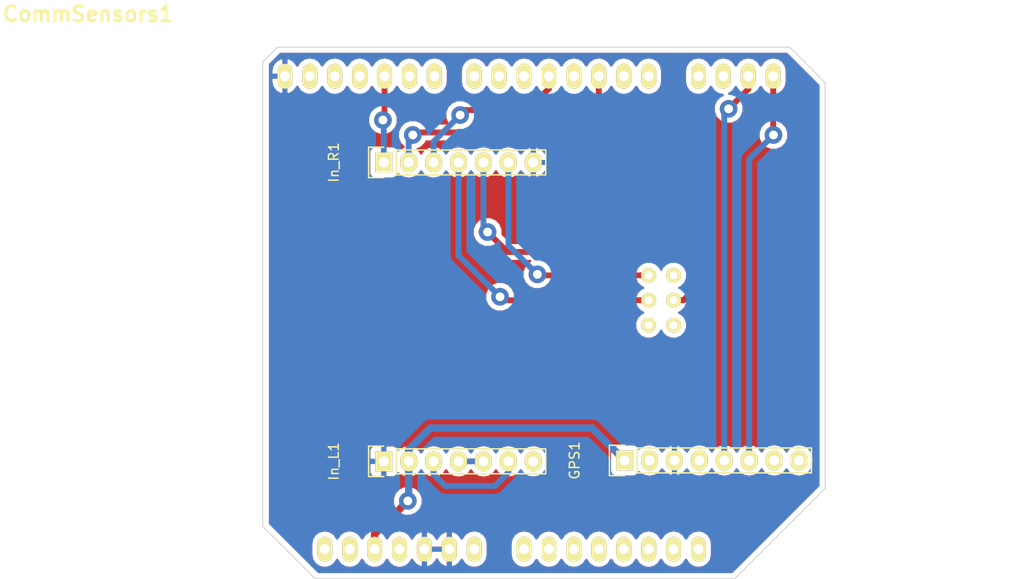
<source format=kicad_pcb>
(kicad_pcb (version 4) (host pcbnew 4.0.2+e4-6225~38~ubuntu15.10.1-stable)

  (general
    (links 17)
    (no_connects 0)
    (area 145.826414 46.1296 250.491601 105.523501)
    (thickness 1.6)
    (drawings 11)
    (tracks 64)
    (zones 0)
    (modules 4)
    (nets 13)
  )

  (page A4)
  (layers
    (0 F.Cu signal)
    (31 B.Cu signal)
    (32 B.Adhes user)
    (33 F.Adhes user)
    (34 B.Paste user)
    (35 F.Paste user)
    (36 B.SilkS user)
    (37 F.SilkS user)
    (38 B.Mask user)
    (39 F.Mask user)
    (40 Dwgs.User user)
    (41 Cmts.User user)
    (42 Eco1.User user)
    (43 Eco2.User user)
    (44 Edge.Cuts user)
    (45 Margin user)
    (46 B.CrtYd user)
    (47 F.CrtYd user)
    (48 B.Fab user)
    (49 F.Fab user)
  )

  (setup
    (last_trace_width 0.6)
    (trace_clearance 0.2)
    (zone_clearance 0.508)
    (zone_45_only no)
    (trace_min 0.2)
    (segment_width 0.2)
    (edge_width 0.1)
    (via_size 1.8)
    (via_drill 0.9)
    (via_min_size 0.4)
    (via_min_drill 0.3)
    (uvia_size 0.3)
    (uvia_drill 0.1)
    (uvias_allowed no)
    (uvia_min_size 0.2)
    (uvia_min_drill 0.1)
    (pcb_text_width 0.3)
    (pcb_text_size 1.5 1.5)
    (mod_edge_width 0.15)
    (mod_text_size 1 1)
    (mod_text_width 0.15)
    (pad_size 3.175 3.175)
    (pad_drill 3.175)
    (pad_to_mask_clearance 0)
    (aux_axis_origin 0 0)
    (visible_elements FFFFFF7F)
    (pcbplotparams
      (layerselection 0x010f0_80000001)
      (usegerberextensions true)
      (excludeedgelayer true)
      (linewidth 0.100000)
      (plotframeref false)
      (viasonmask false)
      (mode 1)
      (useauxorigin false)
      (hpglpennumber 1)
      (hpglpenspeed 20)
      (hpglpendiameter 15)
      (hpglpenoverlay 2)
      (psnegative false)
      (psa4output false)
      (plotreference true)
      (plotvalue true)
      (plotinvisibletext false)
      (padsonsilk false)
      (subtractmaskfromsilk false)
      (outputformat 1)
      (mirror false)
      (drillshape 0)
      (scaleselection 1)
      (outputdirectory Gerber/))
  )

  (net 0 "")
  (net 1 /RX)
  (net 2 /TX)
  (net 3 GND)
  (net 4 /3V3)
  (net 5 /NIRQ)
  (net 6 /NSEL)
  (net 7 /SDN)
  (net 8 /SDO)
  (net 9 /SCK)
  (net 10 /SDI)
  (net 11 /GPIO_1)
  (net 12 /GPIO_0)

  (net_class Default "This is the default net class."
    (clearance 0.2)
    (trace_width 0.6)
    (via_dia 1.8)
    (via_drill 0.9)
    (uvia_dia 0.3)
    (uvia_drill 0.1)
    (add_net /GPIO_0)
    (add_net /GPIO_1)
    (add_net /NIRQ)
    (add_net /NSEL)
    (add_net /RX)
    (add_net /SCK)
    (add_net /SDI)
    (add_net /SDN)
    (add_net /SDO)
    (add_net /TX)
    (add_net GND)
  )

  (net_class POWER ""
    (clearance 0.2)
    (trace_width 0.75)
    (via_dia 1.8)
    (via_drill 0.9)
    (uvia_dia 0.3)
    (uvia_drill 0.1)
    (add_net /3V3)
  )

  (module FT:ARDUINO_DUE_SHIELD locked (layer F.Cu) (tedit 5730E963) (tstamp 572FD36A)
    (at 148.5011 105.0036)
    (descr http://www.thingiverse.com/thing:9630)
    (path /572FAF38)
    (fp_text reference CommSensors1 (at 6.35 -57.15) (layer F.SilkS)
      (effects (font (thickness 0.3048)))
    )
    (fp_text value ARDUINO_DUE_SHIELD (at 13.97 -54.61) (layer F.SilkS) hide
      (effects (font (thickness 0.3048)))
    )
    (fp_line (start 0 -12.7) (end 12.065 -12.7) (layer Cmts.User) (width 0.127))
    (fp_line (start 12.065 -12.7) (end 12.065 0) (layer Cmts.User) (width 0.127))
    (fp_line (start 99.06 0) (end 0 0) (layer Cmts.User) (width 0.381))
    (fp_line (start 97.79 -53.34) (end 0 -53.34) (layer Cmts.User) (width 0.381))
    (fp_line (start 99.06 -40.64) (end 99.06 -52.07) (layer Cmts.User) (width 0.381))
    (fp_line (start 99.06 -52.07) (end 97.79 -53.34) (layer Cmts.User) (width 0.381))
    (fp_line (start 0 0) (end 0 -53.34) (layer Cmts.User) (width 0.381))
    (fp_line (start 99.06 -40.64) (end 101.6 -38.1) (layer Cmts.User) (width 0.381))
    (fp_line (start 101.6 -38.1) (end 101.6 -5.08) (layer Cmts.User) (width 0.381))
    (fp_line (start 101.6 -5.08) (end 99.06 -2.54) (layer Cmts.User) (width 0.381))
    (fp_line (start 99.06 -2.54) (end 99.06 0) (layer Cmts.User) (width 0.381))
    (pad 14 thru_hole oval (at 68.58 -50.8 90) (size 2.54 1.524) (drill 1.016) (layers *.Cu *.Mask F.SilkS))
    (pad 15 thru_hole oval (at 71.12 -50.8 90) (size 2.54 1.524) (drill 1.016) (layers *.Cu *.Mask F.SilkS))
    (pad 16 thru_hole oval (at 73.66 -50.8 90) (size 2.54 1.524) (drill 1.016) (layers *.Cu *.Mask F.SilkS)
      (net 1 /RX))
    (pad 17 thru_hole oval (at 76.2 -50.8 90) (size 2.54 1.524) (drill 1.016) (layers *.Cu *.Mask F.SilkS)
      (net 2 /TX))
    (pad AD7 thru_hole oval (at 68.58 -2.54 90) (size 2.54 1.524) (drill 1.016) (layers *.Cu *.Mask F.SilkS))
    (pad AD6 thru_hole oval (at 66.04 -2.54 90) (size 2.54 1.524) (drill 1.016) (layers *.Cu *.Mask F.SilkS))
    (pad AD5 thru_hole oval (at 63.5 -2.54 90) (size 2.54 1.524) (drill 1.016) (layers *.Cu *.Mask F.SilkS))
    (pad AD4 thru_hole oval (at 60.96 -2.54 90) (size 2.54 1.524) (drill 1.016) (layers *.Cu *.Mask F.SilkS))
    (pad AD3 thru_hole oval (at 58.42 -2.54 90) (size 2.54 1.524) (drill 1.016) (layers *.Cu *.Mask F.SilkS))
    (pad AD0 thru_hole oval (at 50.8 -2.54 90) (size 2.54 1.524) (drill 1.016) (layers *.Cu *.Mask F.SilkS))
    (pad AD1 thru_hole oval (at 53.34 -2.54 90) (size 2.54 1.524) (drill 1.016) (layers *.Cu *.Mask F.SilkS))
    (pad AD2 thru_hole oval (at 55.88 -2.54 90) (size 2.54 1.524) (drill 1.016) (layers *.Cu *.Mask F.SilkS))
    (pad V_IN thru_hole oval (at 45.72 -2.54 90) (size 2.54 1.524) (drill 1.016) (layers *.Cu *.Mask F.SilkS))
    (pad GND2 thru_hole oval (at 43.18 -2.54 90) (size 2.54 1.524) (drill 1.016) (layers *.Cu *.Mask F.SilkS)
      (net 3 GND))
    (pad GND1 thru_hole oval (at 40.64 -2.54 90) (size 2.54 1.524) (drill 1.016) (layers *.Cu *.Mask F.SilkS)
      (net 3 GND))
    (pad 3V3 thru_hole oval (at 35.56 -2.54 90) (size 2.54 1.524) (drill 1.016) (layers *.Cu *.Mask F.SilkS)
      (net 4 /3V3))
    (pad RST thru_hole oval (at 33.02 -2.54 90) (size 2.54 1.524) (drill 1.016) (layers *.Cu *.Mask F.SilkS))
    (pad 0 thru_hole oval (at 63.5 -50.8 90) (size 2.54 1.524) (drill 1.016) (layers *.Cu *.Mask F.SilkS))
    (pad 1 thru_hole oval (at 60.96 -50.8 90) (size 2.54 1.524) (drill 1.016) (layers *.Cu *.Mask F.SilkS))
    (pad 2 thru_hole oval (at 58.42 -50.8 90) (size 2.54 1.524) (drill 1.016) (layers *.Cu *.Mask F.SilkS)
      (net 5 /NIRQ))
    (pad 3 thru_hole oval (at 55.88 -50.8 90) (size 2.54 1.524) (drill 1.016) (layers *.Cu *.Mask F.SilkS))
    (pad 4 thru_hole oval (at 53.34 -50.8 90) (size 2.54 1.524) (drill 1.016) (layers *.Cu *.Mask F.SilkS)
      (net 6 /NSEL))
    (pad 5 thru_hole oval (at 50.8 -50.8 90) (size 2.54 1.524) (drill 1.016) (layers *.Cu *.Mask F.SilkS))
    (pad 6 thru_hole oval (at 48.26 -50.8 90) (size 2.54 1.524) (drill 1.016) (layers *.Cu *.Mask F.SilkS))
    (pad 7 thru_hole oval (at 45.72 -50.8 90) (size 2.54 1.524) (drill 1.016) (layers *.Cu *.Mask F.SilkS))
    (pad 8 thru_hole oval (at 41.656 -50.8 90) (size 2.54 1.524) (drill 1.016) (layers *.Cu *.Mask F.SilkS))
    (pad 9 thru_hole oval (at 39.116 -50.8 90) (size 2.54 1.524) (drill 1.016) (layers *.Cu *.Mask F.SilkS))
    (pad 10 thru_hole oval (at 36.576 -50.8 90) (size 2.54 1.524) (drill 1.016) (layers *.Cu *.Mask F.SilkS)
      (net 7 /SDN))
    (pad 11 thru_hole oval (at 34.036 -50.8 90) (size 2.54 1.524) (drill 1.016) (layers *.Cu *.Mask F.SilkS))
    (pad 12 thru_hole oval (at 31.496 -50.8 90) (size 2.54 1.524) (drill 1.016) (layers *.Cu *.Mask F.SilkS))
    (pad 13 thru_hole oval (at 28.956 -50.8 90) (size 2.54 1.524) (drill 1.016) (layers *.Cu *.Mask F.SilkS))
    (pad GND3 thru_hole oval (at 26.416 -50.8 90) (size 2.54 1.524) (drill 1.016) (layers *.Cu *.Mask F.SilkS)
      (net 3 GND))
    (pad 5V thru_hole oval (at 38.1 -2.54 90) (size 2.54 1.524) (drill 1.016) (layers *.Cu *.Mask F.SilkS))
    (pad SP1 thru_hole circle (at 63.5 -30.48) (size 1.524 1.524) (drill 0.8128) (layers *.Cu *.Mask F.SilkS)
      (net 8 /SDO))
    (pad SP2 thru_hole circle (at 66.04 -30.48) (size 1.524 1.524) (drill 0.8128) (layers *.Cu *.Mask F.SilkS))
    (pad SP3 thru_hole circle (at 63.5 -27.94) (size 1.524 1.524) (drill 0.8128) (layers *.Cu *.Mask F.SilkS)
      (net 9 /SCK))
    (pad SP4 thru_hole circle (at 66.04 -27.94) (size 1.524 1.524) (drill 0.8128) (layers *.Cu *.Mask F.SilkS)
      (net 10 /SDI))
    (pad SP5 thru_hole circle (at 63.5 -25.4) (size 1.524 1.524) (drill 0.8128) (layers *.Cu *.Mask F.SilkS))
    (pad SP6 thru_hole circle (at 66.04 -25.4) (size 1.524 1.524) (drill 0.8128) (layers *.Cu *.Mask F.SilkS))
    (pad IO_R thru_hole oval (at 30.48 -2.54 90) (size 2.54 1.524) (drill 1.016) (layers *.Cu *.Mask F.SilkS))
    (model packages3d\nick\ArduinoMegaShield.wrl
      (at (xyz 0 0 0))
      (scale (xyz 1 1 1))
      (rotate (xyz 0 0 0))
    )
  )

  (module Pin_Headers:Pin_Header_Straight_1x07 (layer F.Cu) (tedit 0) (tstamp 572FD375)
    (at 185 93.5 90)
    (descr "Through hole pin header")
    (tags "pin header")
    (path /564F8AED)
    (fp_text reference In_L1 (at 0 -5.1 90) (layer F.SilkS)
      (effects (font (size 1 1) (thickness 0.15)))
    )
    (fp_text value CONN_01X07 (at 0 -3.1 90) (layer F.Fab)
      (effects (font (size 1 1) (thickness 0.15)))
    )
    (fp_line (start -1.75 -1.75) (end -1.75 17) (layer F.CrtYd) (width 0.05))
    (fp_line (start 1.75 -1.75) (end 1.75 17) (layer F.CrtYd) (width 0.05))
    (fp_line (start -1.75 -1.75) (end 1.75 -1.75) (layer F.CrtYd) (width 0.05))
    (fp_line (start -1.75 17) (end 1.75 17) (layer F.CrtYd) (width 0.05))
    (fp_line (start 1.27 1.27) (end 1.27 16.51) (layer F.SilkS) (width 0.15))
    (fp_line (start 1.27 16.51) (end -1.27 16.51) (layer F.SilkS) (width 0.15))
    (fp_line (start -1.27 16.51) (end -1.27 1.27) (layer F.SilkS) (width 0.15))
    (fp_line (start 1.55 -1.55) (end 1.55 0) (layer F.SilkS) (width 0.15))
    (fp_line (start 1.27 1.27) (end -1.27 1.27) (layer F.SilkS) (width 0.15))
    (fp_line (start -1.55 0) (end -1.55 -1.55) (layer F.SilkS) (width 0.15))
    (fp_line (start -1.55 -1.55) (end 1.55 -1.55) (layer F.SilkS) (width 0.15))
    (pad 1 thru_hole rect (at 0 0 90) (size 2.032 1.7272) (drill 1.016) (layers *.Cu *.Mask F.SilkS)
      (net 3 GND))
    (pad 2 thru_hole oval (at 0 2.54 90) (size 2.032 1.7272) (drill 1.016) (layers *.Cu *.Mask F.SilkS)
      (net 4 /3V3))
    (pad 3 thru_hole oval (at 0 5.08 90) (size 2.032 1.7272) (drill 1.016) (layers *.Cu *.Mask F.SilkS)
      (net 11 /GPIO_1))
    (pad 4 thru_hole oval (at 0 7.62 90) (size 2.032 1.7272) (drill 1.016) (layers *.Cu *.Mask F.SilkS)
      (net 12 /GPIO_0))
    (pad 5 thru_hole oval (at 0 10.16 90) (size 2.032 1.7272) (drill 1.016) (layers *.Cu *.Mask F.SilkS)
      (net 12 /GPIO_0))
    (pad 6 thru_hole oval (at 0 12.7 90) (size 2.032 1.7272) (drill 1.016) (layers *.Cu *.Mask F.SilkS)
      (net 11 /GPIO_1))
    (pad 7 thru_hole oval (at 0 15.24 90) (size 2.032 1.7272) (drill 1.016) (layers *.Cu *.Mask F.SilkS))
    (model Pin_Headers.3dshapes/Pin_Header_Straight_1x07.wrl
      (at (xyz 0 -0.3 0))
      (scale (xyz 1 1 1))
      (rotate (xyz 0 0 90))
    )
  )

  (module Pin_Headers:Pin_Header_Straight_1x07 (layer F.Cu) (tedit 0) (tstamp 572FD380)
    (at 185 63 90)
    (descr "Through hole pin header")
    (tags "pin header")
    (path /564F8A95)
    (fp_text reference In_R1 (at 0 -5.1 90) (layer F.SilkS)
      (effects (font (size 1 1) (thickness 0.15)))
    )
    (fp_text value CONN_01X07 (at 0 -3.1 90) (layer F.Fab)
      (effects (font (size 1 1) (thickness 0.15)))
    )
    (fp_line (start -1.75 -1.75) (end -1.75 17) (layer F.CrtYd) (width 0.05))
    (fp_line (start 1.75 -1.75) (end 1.75 17) (layer F.CrtYd) (width 0.05))
    (fp_line (start -1.75 -1.75) (end 1.75 -1.75) (layer F.CrtYd) (width 0.05))
    (fp_line (start -1.75 17) (end 1.75 17) (layer F.CrtYd) (width 0.05))
    (fp_line (start 1.27 1.27) (end 1.27 16.51) (layer F.SilkS) (width 0.15))
    (fp_line (start 1.27 16.51) (end -1.27 16.51) (layer F.SilkS) (width 0.15))
    (fp_line (start -1.27 16.51) (end -1.27 1.27) (layer F.SilkS) (width 0.15))
    (fp_line (start 1.55 -1.55) (end 1.55 0) (layer F.SilkS) (width 0.15))
    (fp_line (start 1.27 1.27) (end -1.27 1.27) (layer F.SilkS) (width 0.15))
    (fp_line (start -1.55 0) (end -1.55 -1.55) (layer F.SilkS) (width 0.15))
    (fp_line (start -1.55 -1.55) (end 1.55 -1.55) (layer F.SilkS) (width 0.15))
    (pad 1 thru_hole rect (at 0 0 90) (size 2.032 1.7272) (drill 1.016) (layers *.Cu *.Mask F.SilkS)
      (net 7 /SDN))
    (pad 2 thru_hole oval (at 0 2.54 90) (size 2.032 1.7272) (drill 1.016) (layers *.Cu *.Mask F.SilkS)
      (net 5 /NIRQ))
    (pad 3 thru_hole oval (at 0 5.08 90) (size 2.032 1.7272) (drill 1.016) (layers *.Cu *.Mask F.SilkS)
      (net 6 /NSEL))
    (pad 4 thru_hole oval (at 0 7.62 90) (size 2.032 1.7272) (drill 1.016) (layers *.Cu *.Mask F.SilkS)
      (net 9 /SCK))
    (pad 5 thru_hole oval (at 0 10.16 90) (size 2.032 1.7272) (drill 1.016) (layers *.Cu *.Mask F.SilkS)
      (net 10 /SDI))
    (pad 6 thru_hole oval (at 0 12.7 90) (size 2.032 1.7272) (drill 1.016) (layers *.Cu *.Mask F.SilkS)
      (net 8 /SDO))
    (pad 7 thru_hole oval (at 0 15.24 90) (size 2.032 1.7272) (drill 1.016) (layers *.Cu *.Mask F.SilkS)
      (net 3 GND))
    (model Pin_Headers.3dshapes/Pin_Header_Straight_1x07.wrl
      (at (xyz 0 -0.3 0))
      (scale (xyz 1 1 1))
      (rotate (xyz 0 0 90))
    )
  )

  (module Pin_Headers:Pin_Header_Straight_1x08 (layer F.Cu) (tedit 0) (tstamp 572FD45F)
    (at 209.55 93.4085 90)
    (descr "Through hole pin header")
    (tags "pin header")
    (path /572FB51D)
    (fp_text reference GPS1 (at 0 -5.1 90) (layer F.SilkS)
      (effects (font (size 1 1) (thickness 0.15)))
    )
    (fp_text value CONN_01X08 (at 0 -3.1 90) (layer F.Fab)
      (effects (font (size 1 1) (thickness 0.15)))
    )
    (fp_line (start -1.75 -1.75) (end -1.75 19.55) (layer F.CrtYd) (width 0.05))
    (fp_line (start 1.75 -1.75) (end 1.75 19.55) (layer F.CrtYd) (width 0.05))
    (fp_line (start -1.75 -1.75) (end 1.75 -1.75) (layer F.CrtYd) (width 0.05))
    (fp_line (start -1.75 19.55) (end 1.75 19.55) (layer F.CrtYd) (width 0.05))
    (fp_line (start 1.27 1.27) (end 1.27 19.05) (layer F.SilkS) (width 0.15))
    (fp_line (start 1.27 19.05) (end -1.27 19.05) (layer F.SilkS) (width 0.15))
    (fp_line (start -1.27 19.05) (end -1.27 1.27) (layer F.SilkS) (width 0.15))
    (fp_line (start 1.55 -1.55) (end 1.55 0) (layer F.SilkS) (width 0.15))
    (fp_line (start 1.27 1.27) (end -1.27 1.27) (layer F.SilkS) (width 0.15))
    (fp_line (start -1.55 0) (end -1.55 -1.55) (layer F.SilkS) (width 0.15))
    (fp_line (start -1.55 -1.55) (end 1.55 -1.55) (layer F.SilkS) (width 0.15))
    (pad 1 thru_hole rect (at 0 0 90) (size 2.032 1.7272) (drill 1.016) (layers *.Cu *.Mask F.SilkS)
      (net 4 /3V3))
    (pad 2 thru_hole oval (at 0 2.54 90) (size 2.032 1.7272) (drill 1.016) (layers *.Cu *.Mask F.SilkS))
    (pad 3 thru_hole oval (at 0 5.08 90) (size 2.032 1.7272) (drill 1.016) (layers *.Cu *.Mask F.SilkS)
      (net 3 GND))
    (pad 4 thru_hole oval (at 0 7.62 90) (size 2.032 1.7272) (drill 1.016) (layers *.Cu *.Mask F.SilkS))
    (pad 5 thru_hole oval (at 0 10.16 90) (size 2.032 1.7272) (drill 1.016) (layers *.Cu *.Mask F.SilkS)
      (net 1 /RX))
    (pad 6 thru_hole oval (at 0 12.7 90) (size 2.032 1.7272) (drill 1.016) (layers *.Cu *.Mask F.SilkS)
      (net 2 /TX))
    (pad 7 thru_hole oval (at 0 15.24 90) (size 2.032 1.7272) (drill 1.016) (layers *.Cu *.Mask F.SilkS))
    (pad 8 thru_hole oval (at 0 17.78 90) (size 2.032 1.7272) (drill 1.016) (layers *.Cu *.Mask F.SilkS))
    (model Pin_Headers.3dshapes/Pin_Header_Straight_1x08.wrl
      (at (xyz 0 -0.35 0))
      (scale (xyz 1 1 1))
      (rotate (xyz 0 0 90))
    )
  )

  (gr_line (start 220.7895 105.4735) (end 220.853 105.41) (angle 90) (layer Edge.Cuts) (width 0.1))
  (gr_line (start 177.9905 105.4735) (end 220.7895 105.4735) (angle 90) (layer Edge.Cuts) (width 0.1))
  (gr_line (start 177.927 105.41) (end 177.9905 105.4735) (angle 90) (layer Edge.Cuts) (width 0.1))
  (gr_line (start 220.853 105.41) (end 229.997 96.266) (angle 90) (layer Edge.Cuts) (width 0.1))
  (gr_line (start 172.6565 100.1395) (end 177.927 105.41) (angle 90) (layer Edge.Cuts) (width 0.1))
  (gr_line (start 172.6565 52.7685) (end 172.6565 52.959) (angle 90) (layer Edge.Cuts) (width 0.1))
  (gr_line (start 174.1805 51.2445) (end 172.6565 52.7685) (angle 90) (layer Edge.Cuts) (width 0.1))
  (gr_line (start 226.3775 51.2445) (end 174.1805 51.2445) (angle 90) (layer Edge.Cuts) (width 0.1))
  (gr_line (start 229.997 54.864) (end 226.3775 51.2445) (angle 90) (layer Edge.Cuts) (width 0.1))
  (gr_line (start 229.997 96.266) (end 229.997 54.864) (angle 90) (layer Edge.Cuts) (width 0.1))
  (gr_line (start 172.6565 52.959) (end 172.6565 100.1395) (angle 90) (layer Edge.Cuts) (width 0.1))

  (segment (start 219.71 93.4085) (end 219.71 57.9755) (width 0.6) (layer B.Cu) (net 1))
  (segment (start 222.1611 55.5244) (end 222.1611 54.2036) (width 0.6) (layer F.Cu) (net 1) (tstamp 5730E770))
  (segment (start 220.1545 57.531) (end 222.1611 55.5244) (width 0.6) (layer F.Cu) (net 1) (tstamp 5730E76F))
  (via (at 220.1545 57.531) (size 1.8) (drill 0.9) (layers F.Cu B.Cu) (net 1))
  (segment (start 219.71 57.9755) (end 220.1545 57.531) (width 0.6) (layer B.Cu) (net 1) (tstamp 5730E767))
  (segment (start 222.25 93.4085) (end 222.25 62.6745) (width 0.6) (layer B.Cu) (net 2))
  (segment (start 224.7011 60.1726) (end 224.7011 54.2036) (width 0.6) (layer F.Cu) (net 2) (tstamp 5730E782))
  (segment (start 224.7265 60.198) (end 224.7011 60.1726) (width 0.6) (layer F.Cu) (net 2) (tstamp 5730E781))
  (via (at 224.7265 60.198) (size 1.8) (drill 0.9) (layers F.Cu B.Cu) (net 2))
  (segment (start 222.25 62.6745) (end 224.7265 60.198) (width 0.6) (layer B.Cu) (net 2) (tstamp 5730E773))
  (segment (start 187.54 93.5) (end 187.54 92.3045) (width 0.75) (layer B.Cu) (net 4))
  (segment (start 206.248 90.1065) (end 209.55 93.4085) (width 0.75) (layer B.Cu) (net 4) (tstamp 5730E75E))
  (segment (start 189.738 90.1065) (end 206.248 90.1065) (width 0.75) (layer B.Cu) (net 4) (tstamp 5730E75D))
  (segment (start 187.54 92.3045) (end 189.738 90.1065) (width 0.75) (layer B.Cu) (net 4) (tstamp 5730E75B))
  (segment (start 184.0611 102.4636) (end 184.0611 100.9269) (width 0.75) (layer F.Cu) (net 4))
  (segment (start 187.54 97.448) (end 187.54 93.5) (width 0.75) (layer B.Cu) (net 4) (tstamp 5730031E))
  (segment (start 187.452 97.536) (end 187.54 97.448) (width 0.75) (layer B.Cu) (net 4) (tstamp 5730031D))
  (via (at 187.452 97.536) (size 1.8) (drill 0.9) (layers F.Cu B.Cu) (net 4))
  (segment (start 184.0611 100.9269) (end 187.452 97.536) (width 0.75) (layer F.Cu) (net 4) (tstamp 57300319))
  (segment (start 187.54 63) (end 187.54 60.618) (width 0.6) (layer B.Cu) (net 5))
  (segment (start 206.9211 56.2229) (end 206.9211 54.2036) (width 0.6) (layer F.Cu) (net 5) (tstamp 57300421))
  (segment (start 203.2 59.944) (end 206.9211 56.2229) (width 0.6) (layer F.Cu) (net 5) (tstamp 5730041D))
  (segment (start 188.214 59.944) (end 203.2 59.944) (width 0.6) (layer F.Cu) (net 5) (tstamp 5730041B))
  (segment (start 187.96 60.198) (end 188.214 59.944) (width 0.6) (layer F.Cu) (net 5) (tstamp 5730041A))
  (via (at 187.96 60.198) (size 1.8) (drill 0.9) (layers F.Cu B.Cu) (net 5))
  (segment (start 187.54 60.618) (end 187.96 60.198) (width 0.6) (layer B.Cu) (net 5) (tstamp 57300415))
  (segment (start 190.08 63) (end 190.08 60.872) (width 0.6) (layer B.Cu) (net 6))
  (segment (start 199.644 57.658) (end 201.8411 55.4609) (width 0.6) (layer F.Cu) (net 6) (tstamp 5730040E))
  (segment (start 193.294 57.658) (end 199.644 57.658) (width 0.6) (layer F.Cu) (net 6) (tstamp 5730040D))
  (segment (start 192.786 58.166) (end 193.294 57.658) (width 0.6) (layer F.Cu) (net 6) (tstamp 5730040C))
  (via (at 192.786 58.166) (size 1.8) (drill 0.9) (layers F.Cu B.Cu) (net 6))
  (segment (start 190.08 60.872) (end 192.786 58.166) (width 0.6) (layer B.Cu) (net 6) (tstamp 57300406))
  (segment (start 201.8411 55.4609) (end 201.8411 54.2036) (width 0.6) (layer F.Cu) (net 6) (tstamp 57300410))
  (segment (start 185 63) (end 185 58.762) (width 0.6) (layer B.Cu) (net 7))
  (segment (start 185.0771 58.5089) (end 185.0771 54.2036) (width 0.6) (layer F.Cu) (net 7) (tstamp 57300446))
  (segment (start 184.912 58.674) (end 185.0771 58.5089) (width 0.6) (layer F.Cu) (net 7) (tstamp 57300445))
  (via (at 184.912 58.674) (size 1.8) (drill 0.9) (layers F.Cu B.Cu) (net 7))
  (segment (start 185 58.762) (end 184.912 58.674) (width 0.6) (layer B.Cu) (net 7) (tstamp 57300440))
  (segment (start 185 54.2807) (end 185.0771 54.2036) (width 0.6) (layer B.Cu) (net 7) (tstamp 572FFFB6))
  (segment (start 197.7 63) (end 197.7 71.462) (width 0.6) (layer B.Cu) (net 8))
  (segment (start 200.7616 74.5236) (end 212.0011 74.5236) (width 0.6) (layer F.Cu) (net 8) (tstamp 5730029F))
  (segment (start 200.66 74.422) (end 200.7616 74.5236) (width 0.6) (layer F.Cu) (net 8) (tstamp 5730029E))
  (via (at 200.66 74.422) (size 1.8) (drill 0.9) (layers F.Cu B.Cu) (net 8))
  (segment (start 197.7 71.462) (end 200.66 74.422) (width 0.6) (layer B.Cu) (net 8) (tstamp 57300295))
  (segment (start 192.62 63) (end 192.62 72.478) (width 0.6) (layer B.Cu) (net 9))
  (segment (start 197.2056 77.0636) (end 212.0011 77.0636) (width 0.6) (layer F.Cu) (net 9) (tstamp 573002B0))
  (segment (start 196.85 76.708) (end 197.2056 77.0636) (width 0.6) (layer F.Cu) (net 9) (tstamp 573002AF))
  (via (at 196.85 76.708) (size 1.8) (drill 0.9) (layers F.Cu B.Cu) (net 9))
  (segment (start 192.62 72.478) (end 196.85 76.708) (width 0.6) (layer B.Cu) (net 9) (tstamp 573002A7))
  (segment (start 195.16 63) (end 195.16 69.684) (width 0.6) (layer B.Cu) (net 10))
  (segment (start 215.5444 77.0636) (end 214.5411 77.0636) (width 0.6) (layer F.Cu) (net 10) (tstamp 573002CE))
  (segment (start 216.662 75.946) (end 215.5444 77.0636) (width 0.6) (layer F.Cu) (net 10) (tstamp 573002CB))
  (segment (start 216.662 73.914) (end 216.662 75.946) (width 0.6) (layer F.Cu) (net 10) (tstamp 573002CA))
  (segment (start 214.884 72.136) (end 216.662 73.914) (width 0.6) (layer F.Cu) (net 10) (tstamp 573002C9))
  (segment (start 197.612 72.136) (end 214.884 72.136) (width 0.6) (layer F.Cu) (net 10) (tstamp 573002C7))
  (segment (start 195.58 70.104) (end 197.612 72.136) (width 0.6) (layer F.Cu) (net 10) (tstamp 573002C6))
  (via (at 195.58 70.104) (size 1.8) (drill 0.9) (layers F.Cu B.Cu) (net 10))
  (segment (start 195.16 69.684) (end 195.58 70.104) (width 0.6) (layer B.Cu) (net 10) (tstamp 573002C3))
  (segment (start 190.08 93.5) (end 190.08 94.83) (width 0.6) (layer B.Cu) (net 11))
  (segment (start 197.7 94.654) (end 197.7 93.5) (width 0.6) (layer B.Cu) (net 11) (tstamp 572FFFD6))
  (segment (start 196.342 96.012) (end 197.7 94.654) (width 0.6) (layer B.Cu) (net 11) (tstamp 572FFFCF))
  (segment (start 191.262 96.012) (end 196.342 96.012) (width 0.6) (layer B.Cu) (net 11) (tstamp 572FFFCC))
  (segment (start 190.08 94.83) (end 191.262 96.012) (width 0.6) (layer B.Cu) (net 11) (tstamp 572FFFCB))
  (segment (start 192.62 93.5) (end 195.16 93.5) (width 0.6) (layer B.Cu) (net 12))

  (zone (net 3) (net_name GND) (layer F.Cu) (tstamp 5730EA09) (hatch edge 0.508)
    (connect_pads (clearance 0.508))
    (min_thickness 0.254)
    (fill yes (arc_segments 16) (thermal_gap 0.508) (thermal_bridge_width 0.508))
    (polygon
      (pts
        (xy 178.308 104.902) (xy 220.5355 104.902) (xy 229.4255 96.012) (xy 229.4255 55.118) (xy 226.1235 51.816)
        (xy 175.133 51.816) (xy 174.752 51.816) (xy 174.498 51.816) (xy 174.4345 51.816) (xy 174.117 52.1335)
        (xy 173.7995 52.451) (xy 173.4185 52.832) (xy 173.2915 52.959) (xy 173.2915 55.6895) (xy 173.2915 58.039)
        (xy 173.2915 60.2615) (xy 173.2915 63.1825) (xy 173.2915 65.532) (xy 173.2915 68.072) (xy 173.2915 70.5485)
        (xy 173.2915 73.0885) (xy 173.2915 75.565) (xy 173.2915 77.5335) (xy 173.2915 81.026) (xy 173.2915 83.6295)
        (xy 173.2915 85.7885) (xy 173.2915 87.5665) (xy 173.2915 90.043) (xy 173.2915 92.3925) (xy 173.2915 94.8055)
        (xy 173.2915 96.774) (xy 173.2915 99.314) (xy 173.2915 99.8855) (xy 178.308 104.902)
      )
    )
    (filled_polygon
      (pts
        (xy 229.2985 55.170606) (xy 229.2985 95.959394) (xy 220.482894 104.775) (xy 178.360606 104.775) (xy 175.503885 101.918279)
        (xy 177.5841 101.918279) (xy 177.5841 103.008921) (xy 177.69044 103.54353) (xy 177.993272 103.996749) (xy 178.446491 104.299581)
        (xy 178.9811 104.405921) (xy 179.515709 104.299581) (xy 179.968928 103.996749) (xy 180.2511 103.57445) (xy 180.533272 103.996749)
        (xy 180.986491 104.299581) (xy 181.5211 104.405921) (xy 182.055709 104.299581) (xy 182.508928 103.996749) (xy 182.7911 103.57445)
        (xy 183.073272 103.996749) (xy 183.526491 104.299581) (xy 184.0611 104.405921) (xy 184.595709 104.299581) (xy 185.048928 103.996749)
        (xy 185.3311 103.57445) (xy 185.613272 103.996749) (xy 186.066491 104.299581) (xy 186.6011 104.405921) (xy 187.135709 104.299581)
        (xy 187.588928 103.996749) (xy 187.88043 103.560487) (xy 187.899041 103.623541) (xy 188.243074 104.04923) (xy 188.723823 104.31086)
        (xy 188.79803 104.32582) (xy 189.0141 104.20332) (xy 189.0141 102.5906) (xy 189.2681 102.5906) (xy 189.2681 104.20332)
        (xy 189.48417 104.32582) (xy 189.558377 104.31086) (xy 190.039126 104.04923) (xy 190.383159 103.623541) (xy 190.4111 103.528877)
        (xy 190.439041 103.623541) (xy 190.783074 104.04923) (xy 191.263823 104.31086) (xy 191.33803 104.32582) (xy 191.5541 104.20332)
        (xy 191.5541 102.5906) (xy 189.2681 102.5906) (xy 189.0141 102.5906) (xy 188.9941 102.5906) (xy 188.9941 102.3366)
        (xy 189.0141 102.3366) (xy 189.0141 100.72388) (xy 189.2681 100.72388) (xy 189.2681 102.3366) (xy 191.5541 102.3366)
        (xy 191.5541 100.72388) (xy 191.8081 100.72388) (xy 191.8081 102.3366) (xy 191.8281 102.3366) (xy 191.8281 102.5906)
        (xy 191.8081 102.5906) (xy 191.8081 104.20332) (xy 192.02417 104.32582) (xy 192.098377 104.31086) (xy 192.579126 104.04923)
        (xy 192.923159 103.623541) (xy 192.94177 103.560487) (xy 193.233272 103.996749) (xy 193.686491 104.299581) (xy 194.2211 104.405921)
        (xy 194.755709 104.299581) (xy 195.208928 103.996749) (xy 195.51176 103.54353) (xy 195.6181 103.008921) (xy 195.6181 101.918279)
        (xy 197.9041 101.918279) (xy 197.9041 103.008921) (xy 198.01044 103.54353) (xy 198.313272 103.996749) (xy 198.766491 104.299581)
        (xy 199.3011 104.405921) (xy 199.835709 104.299581) (xy 200.288928 103.996749) (xy 200.5711 103.57445) (xy 200.853272 103.996749)
        (xy 201.306491 104.299581) (xy 201.8411 104.405921) (xy 202.375709 104.299581) (xy 202.828928 103.996749) (xy 203.1111 103.57445)
        (xy 203.393272 103.996749) (xy 203.846491 104.299581) (xy 204.3811 104.405921) (xy 204.915709 104.299581) (xy 205.368928 103.996749)
        (xy 205.6511 103.57445) (xy 205.933272 103.996749) (xy 206.386491 104.299581) (xy 206.9211 104.405921) (xy 207.455709 104.299581)
        (xy 207.908928 103.996749) (xy 208.1911 103.57445) (xy 208.473272 103.996749) (xy 208.926491 104.299581) (xy 209.4611 104.405921)
        (xy 209.995709 104.299581) (xy 210.448928 103.996749) (xy 210.7311 103.57445) (xy 211.013272 103.996749) (xy 211.466491 104.299581)
        (xy 212.0011 104.405921) (xy 212.535709 104.299581) (xy 212.988928 103.996749) (xy 213.2711 103.57445) (xy 213.553272 103.996749)
        (xy 214.006491 104.299581) (xy 214.5411 104.405921) (xy 215.075709 104.299581) (xy 215.528928 103.996749) (xy 215.8111 103.57445)
        (xy 216.093272 103.996749) (xy 216.546491 104.299581) (xy 217.0811 104.405921) (xy 217.615709 104.299581) (xy 218.068928 103.996749)
        (xy 218.37176 103.54353) (xy 218.4781 103.008921) (xy 218.4781 101.918279) (xy 218.37176 101.38367) (xy 218.068928 100.930451)
        (xy 217.615709 100.627619) (xy 217.0811 100.521279) (xy 216.546491 100.627619) (xy 216.093272 100.930451) (xy 215.8111 101.35275)
        (xy 215.528928 100.930451) (xy 215.075709 100.627619) (xy 214.5411 100.521279) (xy 214.006491 100.627619) (xy 213.553272 100.930451)
        (xy 213.2711 101.35275) (xy 212.988928 100.930451) (xy 212.535709 100.627619) (xy 212.0011 100.521279) (xy 211.466491 100.627619)
        (xy 211.013272 100.930451) (xy 210.7311 101.35275) (xy 210.448928 100.930451) (xy 209.995709 100.627619) (xy 209.4611 100.521279)
        (xy 208.926491 100.627619) (xy 208.473272 100.930451) (xy 208.1911 101.35275) (xy 207.908928 100.930451) (xy 207.455709 100.627619)
        (xy 206.9211 100.521279) (xy 206.386491 100.627619) (xy 205.933272 100.930451) (xy 205.6511 101.35275) (xy 205.368928 100.930451)
        (xy 204.915709 100.627619) (xy 204.3811 100.521279) (xy 203.846491 100.627619) (xy 203.393272 100.930451) (xy 203.1111 101.35275)
        (xy 202.828928 100.930451) (xy 202.375709 100.627619) (xy 201.8411 100.521279) (xy 201.306491 100.627619) (xy 200.853272 100.930451)
        (xy 200.5711 101.35275) (xy 200.288928 100.930451) (xy 199.835709 100.627619) (xy 199.3011 100.521279) (xy 198.766491 100.627619)
        (xy 198.313272 100.930451) (xy 198.01044 101.38367) (xy 197.9041 101.918279) (xy 195.6181 101.918279) (xy 195.51176 101.38367)
        (xy 195.208928 100.930451) (xy 194.755709 100.627619) (xy 194.2211 100.521279) (xy 193.686491 100.627619) (xy 193.233272 100.930451)
        (xy 192.94177 101.366713) (xy 192.923159 101.303659) (xy 192.579126 100.87797) (xy 192.098377 100.61634) (xy 192.02417 100.60138)
        (xy 191.8081 100.72388) (xy 191.5541 100.72388) (xy 191.33803 100.60138) (xy 191.263823 100.61634) (xy 190.783074 100.87797)
        (xy 190.439041 101.303659) (xy 190.4111 101.398323) (xy 190.383159 101.303659) (xy 190.039126 100.87797) (xy 189.558377 100.61634)
        (xy 189.48417 100.60138) (xy 189.2681 100.72388) (xy 189.0141 100.72388) (xy 188.79803 100.60138) (xy 188.723823 100.61634)
        (xy 188.243074 100.87797) (xy 187.899041 101.303659) (xy 187.88043 101.366713) (xy 187.588928 100.930451) (xy 187.135709 100.627619)
        (xy 186.6011 100.521279) (xy 186.066491 100.627619) (xy 185.613272 100.930451) (xy 185.3311 101.35275) (xy 185.223957 101.192399)
        (xy 187.345449 99.070907) (xy 187.755991 99.071265) (xy 188.320371 98.838068) (xy 188.752551 98.406643) (xy 188.986733 97.84267)
        (xy 188.987265 97.232009) (xy 188.754068 96.667629) (xy 188.322643 96.235449) (xy 187.75867 96.001267) (xy 187.148009 96.000735)
        (xy 186.583629 96.233932) (xy 186.151449 96.665357) (xy 185.917267 97.22933) (xy 185.916907 97.642737) (xy 183.346922 100.212722)
        (xy 183.127982 100.54039) (xy 183.0511 100.9269) (xy 183.0511 100.963634) (xy 182.7911 101.35275) (xy 182.508928 100.930451)
        (xy 182.055709 100.627619) (xy 181.5211 100.521279) (xy 180.986491 100.627619) (xy 180.533272 100.930451) (xy 180.2511 101.35275)
        (xy 179.968928 100.930451) (xy 179.515709 100.627619) (xy 178.9811 100.521279) (xy 178.446491 100.627619) (xy 177.993272 100.930451)
        (xy 177.69044 101.38367) (xy 177.5841 101.918279) (xy 175.503885 101.918279) (xy 173.4185 99.832894) (xy 173.4185 93.78575)
        (xy 183.5014 93.78575) (xy 183.5014 94.642309) (xy 183.598073 94.875698) (xy 183.776701 95.054327) (xy 184.01009 95.151)
        (xy 184.71425 95.151) (xy 184.873 94.99225) (xy 184.873 93.627) (xy 183.66015 93.627) (xy 183.5014 93.78575)
        (xy 173.4185 93.78575) (xy 173.4185 92.357691) (xy 183.5014 92.357691) (xy 183.5014 93.21425) (xy 183.66015 93.373)
        (xy 184.873 93.373) (xy 184.873 92.00775) (xy 185.127 92.00775) (xy 185.127 93.373) (xy 185.147 93.373)
        (xy 185.147 93.627) (xy 185.127 93.627) (xy 185.127 94.99225) (xy 185.28575 95.151) (xy 185.98991 95.151)
        (xy 186.223299 95.054327) (xy 186.401927 94.875698) (xy 186.4655 94.72222) (xy 186.48033 94.744415) (xy 186.966511 95.069271)
        (xy 187.54 95.183345) (xy 188.113489 95.069271) (xy 188.59967 94.744415) (xy 188.81 94.429634) (xy 189.02033 94.744415)
        (xy 189.506511 95.069271) (xy 190.08 95.183345) (xy 190.653489 95.069271) (xy 191.13967 94.744415) (xy 191.35 94.429634)
        (xy 191.56033 94.744415) (xy 192.046511 95.069271) (xy 192.62 95.183345) (xy 193.193489 95.069271) (xy 193.67967 94.744415)
        (xy 193.89 94.429634) (xy 194.10033 94.744415) (xy 194.586511 95.069271) (xy 195.16 95.183345) (xy 195.733489 95.069271)
        (xy 196.21967 94.744415) (xy 196.43 94.429634) (xy 196.64033 94.744415) (xy 197.126511 95.069271) (xy 197.7 95.183345)
        (xy 198.273489 95.069271) (xy 198.75967 94.744415) (xy 198.97 94.429634) (xy 199.18033 94.744415) (xy 199.666511 95.069271)
        (xy 200.24 95.183345) (xy 200.813489 95.069271) (xy 201.29967 94.744415) (xy 201.624526 94.258234) (xy 201.7386 93.684745)
        (xy 201.7386 93.315255) (xy 201.624526 92.741766) (xy 201.391154 92.3925) (xy 208.03896 92.3925) (xy 208.03896 94.4245)
        (xy 208.083238 94.659817) (xy 208.22231 94.875941) (xy 208.43451 95.020931) (xy 208.6864 95.07194) (xy 210.4136 95.07194)
        (xy 210.648917 95.027662) (xy 210.865041 94.88859) (xy 211.010031 94.67639) (xy 211.0184 94.635061) (xy 211.03033 94.652915)
        (xy 211.516511 94.977771) (xy 212.09 95.091845) (xy 212.663489 94.977771) (xy 213.14967 94.652915) (xy 213.356461 94.343431)
        (xy 213.727964 94.759232) (xy 214.255209 95.013209) (xy 214.270974 95.015858) (xy 214.503 94.894717) (xy 214.503 93.5355)
        (xy 214.483 93.5355) (xy 214.483 93.2815) (xy 214.503 93.2815) (xy 214.503 91.922283) (xy 214.757 91.922283)
        (xy 214.757 93.2815) (xy 214.777 93.2815) (xy 214.777 93.5355) (xy 214.757 93.5355) (xy 214.757 94.894717)
        (xy 214.989026 95.015858) (xy 215.004791 95.013209) (xy 215.532036 94.759232) (xy 215.903539 94.343431) (xy 216.11033 94.652915)
        (xy 216.596511 94.977771) (xy 217.17 95.091845) (xy 217.743489 94.977771) (xy 218.22967 94.652915) (xy 218.44 94.338134)
        (xy 218.65033 94.652915) (xy 219.136511 94.977771) (xy 219.71 95.091845) (xy 220.283489 94.977771) (xy 220.76967 94.652915)
        (xy 220.98 94.338134) (xy 221.19033 94.652915) (xy 221.676511 94.977771) (xy 222.25 95.091845) (xy 222.823489 94.977771)
        (xy 223.30967 94.652915) (xy 223.52 94.338134) (xy 223.73033 94.652915) (xy 224.216511 94.977771) (xy 224.79 95.091845)
        (xy 225.363489 94.977771) (xy 225.84967 94.652915) (xy 226.06 94.338134) (xy 226.27033 94.652915) (xy 226.756511 94.977771)
        (xy 227.33 95.091845) (xy 227.903489 94.977771) (xy 228.38967 94.652915) (xy 228.714526 94.166734) (xy 228.8286 93.593245)
        (xy 228.8286 93.223755) (xy 228.714526 92.650266) (xy 228.38967 92.164085) (xy 227.903489 91.839229) (xy 227.33 91.725155)
        (xy 226.756511 91.839229) (xy 226.27033 92.164085) (xy 226.06 92.478866) (xy 225.84967 92.164085) (xy 225.363489 91.839229)
        (xy 224.79 91.725155) (xy 224.216511 91.839229) (xy 223.73033 92.164085) (xy 223.52 92.478866) (xy 223.30967 92.164085)
        (xy 222.823489 91.839229) (xy 222.25 91.725155) (xy 221.676511 91.839229) (xy 221.19033 92.164085) (xy 220.98 92.478866)
        (xy 220.76967 92.164085) (xy 220.283489 91.839229) (xy 219.71 91.725155) (xy 219.136511 91.839229) (xy 218.65033 92.164085)
        (xy 218.44 92.478866) (xy 218.22967 92.164085) (xy 217.743489 91.839229) (xy 217.17 91.725155) (xy 216.596511 91.839229)
        (xy 216.11033 92.164085) (xy 215.903539 92.473569) (xy 215.532036 92.057768) (xy 215.004791 91.803791) (xy 214.989026 91.801142)
        (xy 214.757 91.922283) (xy 214.503 91.922283) (xy 214.270974 91.801142) (xy 214.255209 91.803791) (xy 213.727964 92.057768)
        (xy 213.356461 92.473569) (xy 213.14967 92.164085) (xy 212.663489 91.839229) (xy 212.09 91.725155) (xy 211.516511 91.839229)
        (xy 211.03033 92.164085) (xy 211.020757 92.178413) (xy 211.016762 92.157183) (xy 210.87769 91.941059) (xy 210.66549 91.796069)
        (xy 210.4136 91.74506) (xy 208.6864 91.74506) (xy 208.451083 91.789338) (xy 208.234959 91.92841) (xy 208.089969 92.14061)
        (xy 208.03896 92.3925) (xy 201.391154 92.3925) (xy 201.29967 92.255585) (xy 200.813489 91.930729) (xy 200.24 91.816655)
        (xy 199.666511 91.930729) (xy 199.18033 92.255585) (xy 198.97 92.570366) (xy 198.75967 92.255585) (xy 198.273489 91.930729)
        (xy 197.7 91.816655) (xy 197.126511 91.930729) (xy 196.64033 92.255585) (xy 196.43 92.570366) (xy 196.21967 92.255585)
        (xy 195.733489 91.930729) (xy 195.16 91.816655) (xy 194.586511 91.930729) (xy 194.10033 92.255585) (xy 193.89 92.570366)
        (xy 193.67967 92.255585) (xy 193.193489 91.930729) (xy 192.62 91.816655) (xy 192.046511 91.930729) (xy 191.56033 92.255585)
        (xy 191.35 92.570366) (xy 191.13967 92.255585) (xy 190.653489 91.930729) (xy 190.08 91.816655) (xy 189.506511 91.930729)
        (xy 189.02033 92.255585) (xy 188.81 92.570366) (xy 188.59967 92.255585) (xy 188.113489 91.930729) (xy 187.54 91.816655)
        (xy 186.966511 91.930729) (xy 186.48033 92.255585) (xy 186.4655 92.27778) (xy 186.401927 92.124302) (xy 186.223299 91.945673)
        (xy 185.98991 91.849) (xy 185.28575 91.849) (xy 185.127 92.00775) (xy 184.873 92.00775) (xy 184.71425 91.849)
        (xy 184.01009 91.849) (xy 183.776701 91.945673) (xy 183.598073 92.124302) (xy 183.5014 92.357691) (xy 173.4185 92.357691)
        (xy 173.4185 70.407991) (xy 194.044735 70.407991) (xy 194.277932 70.972371) (xy 194.709357 71.404551) (xy 195.27333 71.638733)
        (xy 195.792896 71.639186) (xy 196.950855 72.797145) (xy 197.254191 72.999827) (xy 197.612 73.071) (xy 199.910054 73.071)
        (xy 199.791629 73.119932) (xy 199.359449 73.551357) (xy 199.125267 74.11533) (xy 199.124735 74.725991) (xy 199.357932 75.290371)
        (xy 199.789357 75.722551) (xy 200.35333 75.956733) (xy 200.963991 75.957265) (xy 201.528371 75.724068) (xy 201.794304 75.4586)
        (xy 210.960535 75.4586) (xy 211.20873 75.707229) (xy 211.416612 75.793549) (xy 211.210797 75.87859) (xy 210.96035 76.1286)
        (xy 198.271468 76.1286) (xy 198.152068 75.839629) (xy 197.720643 75.407449) (xy 197.15667 75.173267) (xy 196.546009 75.172735)
        (xy 195.981629 75.405932) (xy 195.549449 75.837357) (xy 195.315267 76.40133) (xy 195.314735 77.011991) (xy 195.547932 77.576371)
        (xy 195.979357 78.008551) (xy 196.54333 78.242733) (xy 197.153991 78.243265) (xy 197.718371 78.010068) (xy 197.729859 77.9986)
        (xy 210.960535 77.9986) (xy 211.20873 78.247229) (xy 211.416612 78.333549) (xy 211.210797 78.41859) (xy 210.817471 78.81123)
        (xy 210.604343 79.3245) (xy 210.603858 79.880261) (xy 210.81609 80.393903) (xy 211.20873 80.787229) (xy 211.722 81.000357)
        (xy 212.277761 81.000842) (xy 212.791403 80.78861) (xy 213.184729 80.39597) (xy 213.271049 80.188088) (xy 213.35609 80.393903)
        (xy 213.74873 80.787229) (xy 214.262 81.000357) (xy 214.817761 81.000842) (xy 215.331403 80.78861) (xy 215.724729 80.39597)
        (xy 215.937857 79.8827) (xy 215.938342 79.326939) (xy 215.72611 78.813297) (xy 215.33347 78.419971) (xy 215.125588 78.333651)
        (xy 215.331403 78.24861) (xy 215.591169 77.989297) (xy 215.902209 77.927427) (xy 216.205545 77.724745) (xy 217.323145 76.607145)
        (xy 217.525827 76.303809) (xy 217.597 75.946) (xy 217.597 73.914) (xy 217.525827 73.556191) (xy 217.323145 73.252855)
        (xy 215.545145 71.474855) (xy 215.241809 71.272173) (xy 214.884 71.201) (xy 197.99929 71.201) (xy 197.114815 70.316525)
        (xy 197.115265 69.800009) (xy 196.882068 69.235629) (xy 196.450643 68.803449) (xy 195.88667 68.569267) (xy 195.276009 68.568735)
        (xy 194.711629 68.801932) (xy 194.279449 69.233357) (xy 194.045267 69.79733) (xy 194.044735 70.407991) (xy 173.4185 70.407991)
        (xy 173.4185 61.984) (xy 183.48896 61.984) (xy 183.48896 64.016) (xy 183.533238 64.251317) (xy 183.67231 64.467441)
        (xy 183.88451 64.612431) (xy 184.1364 64.66344) (xy 185.8636 64.66344) (xy 186.098917 64.619162) (xy 186.315041 64.48009)
        (xy 186.460031 64.26789) (xy 186.4684 64.226561) (xy 186.48033 64.244415) (xy 186.966511 64.569271) (xy 187.54 64.683345)
        (xy 188.113489 64.569271) (xy 188.59967 64.244415) (xy 188.81 63.929634) (xy 189.02033 64.244415) (xy 189.506511 64.569271)
        (xy 190.08 64.683345) (xy 190.653489 64.569271) (xy 191.13967 64.244415) (xy 191.35 63.929634) (xy 191.56033 64.244415)
        (xy 192.046511 64.569271) (xy 192.62 64.683345) (xy 193.193489 64.569271) (xy 193.67967 64.244415) (xy 193.89 63.929634)
        (xy 194.10033 64.244415) (xy 194.586511 64.569271) (xy 195.16 64.683345) (xy 195.733489 64.569271) (xy 196.21967 64.244415)
        (xy 196.43 63.929634) (xy 196.64033 64.244415) (xy 197.126511 64.569271) (xy 197.7 64.683345) (xy 198.273489 64.569271)
        (xy 198.75967 64.244415) (xy 198.966461 63.934931) (xy 199.337964 64.350732) (xy 199.865209 64.604709) (xy 199.880974 64.607358)
        (xy 200.113 64.486217) (xy 200.113 63.127) (xy 200.367 63.127) (xy 200.367 64.486217) (xy 200.599026 64.607358)
        (xy 200.614791 64.604709) (xy 201.142036 64.350732) (xy 201.531954 63.91432) (xy 201.725184 63.361913) (xy 201.580924 63.127)
        (xy 200.367 63.127) (xy 200.113 63.127) (xy 200.093 63.127) (xy 200.093 62.873) (xy 200.113 62.873)
        (xy 200.113 61.513783) (xy 200.367 61.513783) (xy 200.367 62.873) (xy 201.580924 62.873) (xy 201.725184 62.638087)
        (xy 201.531954 62.08568) (xy 201.142036 61.649268) (xy 200.614791 61.395291) (xy 200.599026 61.392642) (xy 200.367 61.513783)
        (xy 200.113 61.513783) (xy 199.880974 61.392642) (xy 199.865209 61.395291) (xy 199.337964 61.649268) (xy 198.966461 62.065069)
        (xy 198.75967 61.755585) (xy 198.273489 61.430729) (xy 197.7 61.316655) (xy 197.126511 61.430729) (xy 196.64033 61.755585)
        (xy 196.43 62.070366) (xy 196.21967 61.755585) (xy 195.733489 61.430729) (xy 195.16 61.316655) (xy 194.586511 61.430729)
        (xy 194.10033 61.755585) (xy 193.89 62.070366) (xy 193.67967 61.755585) (xy 193.193489 61.430729) (xy 192.62 61.316655)
        (xy 192.046511 61.430729) (xy 191.56033 61.755585) (xy 191.35 62.070366) (xy 191.13967 61.755585) (xy 190.653489 61.430729)
        (xy 190.08 61.316655) (xy 189.506511 61.430729) (xy 189.02033 61.755585) (xy 188.81 62.070366) (xy 188.59967 61.755585)
        (xy 188.450767 61.656091) (xy 188.828371 61.500068) (xy 189.260551 61.068643) (xy 189.339298 60.879) (xy 203.2 60.879)
        (xy 203.557809 60.807827) (xy 203.861145 60.605145) (xy 207.582245 56.884045) (xy 207.784927 56.580709) (xy 207.8561 56.2229)
        (xy 207.8561 55.772048) (xy 207.908928 55.736749) (xy 208.1911 55.31445) (xy 208.473272 55.736749) (xy 208.926491 56.039581)
        (xy 209.4611 56.145921) (xy 209.995709 56.039581) (xy 210.448928 55.736749) (xy 210.7311 55.31445) (xy 211.013272 55.736749)
        (xy 211.466491 56.039581) (xy 212.0011 56.145921) (xy 212.535709 56.039581) (xy 212.988928 55.736749) (xy 213.29176 55.28353)
        (xy 213.3981 54.748921) (xy 213.3981 53.658279) (xy 215.6841 53.658279) (xy 215.6841 54.748921) (xy 215.79044 55.28353)
        (xy 216.093272 55.736749) (xy 216.546491 56.039581) (xy 217.0811 56.145921) (xy 217.615709 56.039581) (xy 218.068928 55.736749)
        (xy 218.3511 55.31445) (xy 218.633272 55.736749) (xy 219.086491 56.039581) (xy 219.530599 56.127919) (xy 219.286129 56.228932)
        (xy 218.853949 56.660357) (xy 218.619767 57.22433) (xy 218.619235 57.834991) (xy 218.852432 58.399371) (xy 219.283857 58.831551)
        (xy 219.84783 59.065733) (xy 220.458491 59.066265) (xy 221.022871 58.833068) (xy 221.455051 58.401643) (xy 221.689233 57.83767)
        (xy 221.689686 57.318104) (xy 222.822245 56.185545) (xy 223.024927 55.882209) (xy 223.039289 55.810008) (xy 223.148928 55.736749)
        (xy 223.4311 55.31445) (xy 223.713272 55.736749) (xy 223.7661 55.772048) (xy 223.7661 58.9878) (xy 223.425949 59.327357)
        (xy 223.191767 59.89133) (xy 223.191235 60.501991) (xy 223.424432 61.066371) (xy 223.855857 61.498551) (xy 224.41983 61.732733)
        (xy 225.030491 61.733265) (xy 225.594871 61.500068) (xy 226.027051 61.068643) (xy 226.261233 60.50467) (xy 226.261765 59.894009)
        (xy 226.028568 59.329629) (xy 225.6361 58.936474) (xy 225.6361 55.772048) (xy 225.688928 55.736749) (xy 225.99176 55.28353)
        (xy 226.0981 54.748921) (xy 226.0981 53.658279) (xy 225.99176 53.12367) (xy 225.688928 52.670451) (xy 225.235709 52.367619)
        (xy 224.7011 52.261279) (xy 224.166491 52.367619) (xy 223.713272 52.670451) (xy 223.4311 53.09275) (xy 223.148928 52.670451)
        (xy 222.695709 52.367619) (xy 222.1611 52.261279) (xy 221.626491 52.367619) (xy 221.173272 52.670451) (xy 220.8911 53.09275)
        (xy 220.608928 52.670451) (xy 220.155709 52.367619) (xy 219.6211 52.261279) (xy 219.086491 52.367619) (xy 218.633272 52.670451)
        (xy 218.3511 53.09275) (xy 218.068928 52.670451) (xy 217.615709 52.367619) (xy 217.0811 52.261279) (xy 216.546491 52.367619)
        (xy 216.093272 52.670451) (xy 215.79044 53.12367) (xy 215.6841 53.658279) (xy 213.3981 53.658279) (xy 213.29176 53.12367)
        (xy 212.988928 52.670451) (xy 212.535709 52.367619) (xy 212.0011 52.261279) (xy 211.466491 52.367619) (xy 211.013272 52.670451)
        (xy 210.7311 53.09275) (xy 210.448928 52.670451) (xy 209.995709 52.367619) (xy 209.4611 52.261279) (xy 208.926491 52.367619)
        (xy 208.473272 52.670451) (xy 208.1911 53.09275) (xy 207.908928 52.670451) (xy 207.455709 52.367619) (xy 206.9211 52.261279)
        (xy 206.386491 52.367619) (xy 205.933272 52.670451) (xy 205.6511 53.09275) (xy 205.368928 52.670451) (xy 204.915709 52.367619)
        (xy 204.3811 52.261279) (xy 203.846491 52.367619) (xy 203.393272 52.670451) (xy 203.1111 53.09275) (xy 202.828928 52.670451)
        (xy 202.375709 52.367619) (xy 201.8411 52.261279) (xy 201.306491 52.367619) (xy 200.853272 52.670451) (xy 200.5711 53.09275)
        (xy 200.288928 52.670451) (xy 199.835709 52.367619) (xy 199.3011 52.261279) (xy 198.766491 52.367619) (xy 198.313272 52.670451)
        (xy 198.0311 53.09275) (xy 197.748928 52.670451) (xy 197.295709 52.367619) (xy 196.7611 52.261279) (xy 196.226491 52.367619)
        (xy 195.773272 52.670451) (xy 195.4911 53.09275) (xy 195.208928 52.670451) (xy 194.755709 52.367619) (xy 194.2211 52.261279)
        (xy 193.686491 52.367619) (xy 193.233272 52.670451) (xy 192.93044 53.12367) (xy 192.8241 53.658279) (xy 192.8241 54.748921)
        (xy 192.93044 55.28353) (xy 193.233272 55.736749) (xy 193.686491 56.039581) (xy 194.2211 56.145921) (xy 194.755709 56.039581)
        (xy 195.208928 55.736749) (xy 195.4911 55.31445) (xy 195.773272 55.736749) (xy 196.226491 56.039581) (xy 196.7611 56.145921)
        (xy 197.295709 56.039581) (xy 197.748928 55.736749) (xy 198.0311 55.31445) (xy 198.313272 55.736749) (xy 198.766491 56.039581)
        (xy 199.3011 56.145921) (xy 199.835709 56.039581) (xy 200.150398 55.829312) (xy 199.25671 56.723) (xy 193.313588 56.723)
        (xy 193.09267 56.631267) (xy 192.482009 56.630735) (xy 191.917629 56.863932) (xy 191.485449 57.295357) (xy 191.251267 57.85933)
        (xy 191.250735 58.469991) (xy 191.473449 59.009) (xy 188.941999 59.009) (xy 188.830643 58.897449) (xy 188.26667 58.663267)
        (xy 187.656009 58.662735) (xy 187.091629 58.895932) (xy 186.659449 59.327357) (xy 186.425267 59.89133) (xy 186.424735 60.501991)
        (xy 186.657932 61.066371) (xy 187.012518 61.421578) (xy 186.966511 61.430729) (xy 186.48033 61.755585) (xy 186.470757 61.769913)
        (xy 186.466762 61.748683) (xy 186.32769 61.532559) (xy 186.11549 61.387569) (xy 185.8636 61.33656) (xy 184.1364 61.33656)
        (xy 183.901083 61.380838) (xy 183.684959 61.51991) (xy 183.539969 61.73211) (xy 183.48896 61.984) (xy 173.4185 61.984)
        (xy 173.4185 54.3306) (xy 173.5201 54.3306) (xy 173.5201 54.8386) (xy 173.675041 55.363541) (xy 174.019074 55.78923)
        (xy 174.499823 56.05086) (xy 174.57403 56.06582) (xy 174.7901 55.94332) (xy 174.7901 54.3306) (xy 173.5201 54.3306)
        (xy 173.4185 54.3306) (xy 173.4185 53.5686) (xy 173.5201 53.5686) (xy 173.5201 54.0766) (xy 174.7901 54.0766)
        (xy 174.7901 52.46388) (xy 175.0441 52.46388) (xy 175.0441 54.0766) (xy 175.0641 54.0766) (xy 175.0641 54.3306)
        (xy 175.0441 54.3306) (xy 175.0441 55.94332) (xy 175.26017 56.06582) (xy 175.334377 56.05086) (xy 175.815126 55.78923)
        (xy 176.159159 55.363541) (xy 176.17777 55.300487) (xy 176.469272 55.736749) (xy 176.922491 56.039581) (xy 177.4571 56.145921)
        (xy 177.991709 56.039581) (xy 178.444928 55.736749) (xy 178.7271 55.31445) (xy 179.009272 55.736749) (xy 179.462491 56.039581)
        (xy 179.9971 56.145921) (xy 180.531709 56.039581) (xy 180.984928 55.736749) (xy 181.2671 55.31445) (xy 181.549272 55.736749)
        (xy 182.002491 56.039581) (xy 182.5371 56.145921) (xy 183.071709 56.039581) (xy 183.524928 55.736749) (xy 183.8071 55.31445)
        (xy 184.089272 55.736749) (xy 184.1421 55.772048) (xy 184.1421 57.331245) (xy 184.043629 57.371932) (xy 183.611449 57.803357)
        (xy 183.377267 58.36733) (xy 183.376735 58.977991) (xy 183.609932 59.542371) (xy 184.041357 59.974551) (xy 184.60533 60.208733)
        (xy 185.215991 60.209265) (xy 185.780371 59.976068) (xy 186.212551 59.544643) (xy 186.446733 58.98067) (xy 186.447265 58.370009)
        (xy 186.214068 57.805629) (xy 186.0121 57.603308) (xy 186.0121 55.772048) (xy 186.064928 55.736749) (xy 186.3471 55.31445)
        (xy 186.629272 55.736749) (xy 187.082491 56.039581) (xy 187.6171 56.145921) (xy 188.151709 56.039581) (xy 188.604928 55.736749)
        (xy 188.8871 55.31445) (xy 189.169272 55.736749) (xy 189.622491 56.039581) (xy 190.1571 56.145921) (xy 190.691709 56.039581)
        (xy 191.144928 55.736749) (xy 191.44776 55.28353) (xy 191.5541 54.748921) (xy 191.5541 53.658279) (xy 191.44776 53.12367)
        (xy 191.144928 52.670451) (xy 190.691709 52.367619) (xy 190.1571 52.261279) (xy 189.622491 52.367619) (xy 189.169272 52.670451)
        (xy 188.8871 53.09275) (xy 188.604928 52.670451) (xy 188.151709 52.367619) (xy 187.6171 52.261279) (xy 187.082491 52.367619)
        (xy 186.629272 52.670451) (xy 186.3471 53.09275) (xy 186.064928 52.670451) (xy 185.611709 52.367619) (xy 185.0771 52.261279)
        (xy 184.542491 52.367619) (xy 184.089272 52.670451) (xy 183.8071 53.09275) (xy 183.524928 52.670451) (xy 183.071709 52.367619)
        (xy 182.5371 52.261279) (xy 182.002491 52.367619) (xy 181.549272 52.670451) (xy 181.2671 53.09275) (xy 180.984928 52.670451)
        (xy 180.531709 52.367619) (xy 179.9971 52.261279) (xy 179.462491 52.367619) (xy 179.009272 52.670451) (xy 178.7271 53.09275)
        (xy 178.444928 52.670451) (xy 177.991709 52.367619) (xy 177.4571 52.261279) (xy 176.922491 52.367619) (xy 176.469272 52.670451)
        (xy 176.17777 53.106713) (xy 176.159159 53.043659) (xy 175.815126 52.61797) (xy 175.334377 52.35634) (xy 175.26017 52.34138)
        (xy 175.0441 52.46388) (xy 174.7901 52.46388) (xy 174.57403 52.34138) (xy 174.499823 52.35634) (xy 174.019074 52.61797)
        (xy 173.675041 53.043659) (xy 173.5201 53.5686) (xy 173.4185 53.5686) (xy 173.4185 53.011606) (xy 174.487106 51.943)
        (xy 226.070894 51.943)
      )
    )
  )
  (zone (net 3) (net_name GND) (layer B.Cu) (tstamp 5730EAC9) (hatch edge 0.508)
    (connect_pads (clearance 0.508))
    (min_thickness 0.254)
    (fill yes (arc_segments 16) (thermal_gap 0.508) (thermal_bridge_width 0.508))
    (polygon
      (pts
        (xy 229.4255 55.118) (xy 229.4255 96.012) (xy 220.5355 104.902) (xy 178.308 104.902) (xy 173.2915 99.8855)
        (xy 173.2915 52.959) (xy 174.4345 51.816) (xy 226.1235 51.816) (xy 229.4255 55.118)
      )
    )
    (filled_polygon
      (pts
        (xy 229.2985 55.170606) (xy 229.2985 95.959394) (xy 220.482894 104.775) (xy 178.360606 104.775) (xy 175.503885 101.918279)
        (xy 177.5841 101.918279) (xy 177.5841 103.008921) (xy 177.69044 103.54353) (xy 177.993272 103.996749) (xy 178.446491 104.299581)
        (xy 178.9811 104.405921) (xy 179.515709 104.299581) (xy 179.968928 103.996749) (xy 180.2511 103.57445) (xy 180.533272 103.996749)
        (xy 180.986491 104.299581) (xy 181.5211 104.405921) (xy 182.055709 104.299581) (xy 182.508928 103.996749) (xy 182.7911 103.57445)
        (xy 183.073272 103.996749) (xy 183.526491 104.299581) (xy 184.0611 104.405921) (xy 184.595709 104.299581) (xy 185.048928 103.996749)
        (xy 185.3311 103.57445) (xy 185.613272 103.996749) (xy 186.066491 104.299581) (xy 186.6011 104.405921) (xy 187.135709 104.299581)
        (xy 187.588928 103.996749) (xy 187.88043 103.560487) (xy 187.899041 103.623541) (xy 188.243074 104.04923) (xy 188.723823 104.31086)
        (xy 188.79803 104.32582) (xy 189.0141 104.20332) (xy 189.0141 102.5906) (xy 189.2681 102.5906) (xy 189.2681 104.20332)
        (xy 189.48417 104.32582) (xy 189.558377 104.31086) (xy 190.039126 104.04923) (xy 190.383159 103.623541) (xy 190.4111 103.528877)
        (xy 190.439041 103.623541) (xy 190.783074 104.04923) (xy 191.263823 104.31086) (xy 191.33803 104.32582) (xy 191.5541 104.20332)
        (xy 191.5541 102.5906) (xy 189.2681 102.5906) (xy 189.0141 102.5906) (xy 188.9941 102.5906) (xy 188.9941 102.3366)
        (xy 189.0141 102.3366) (xy 189.0141 100.72388) (xy 189.2681 100.72388) (xy 189.2681 102.3366) (xy 191.5541 102.3366)
        (xy 191.5541 100.72388) (xy 191.8081 100.72388) (xy 191.8081 102.3366) (xy 191.8281 102.3366) (xy 191.8281 102.5906)
        (xy 191.8081 102.5906) (xy 191.8081 104.20332) (xy 192.02417 104.32582) (xy 192.098377 104.31086) (xy 192.579126 104.04923)
        (xy 192.923159 103.623541) (xy 192.94177 103.560487) (xy 193.233272 103.996749) (xy 193.686491 104.299581) (xy 194.2211 104.405921)
        (xy 194.755709 104.299581) (xy 195.208928 103.996749) (xy 195.51176 103.54353) (xy 195.6181 103.008921) (xy 195.6181 101.918279)
        (xy 197.9041 101.918279) (xy 197.9041 103.008921) (xy 198.01044 103.54353) (xy 198.313272 103.996749) (xy 198.766491 104.299581)
        (xy 199.3011 104.405921) (xy 199.835709 104.299581) (xy 200.288928 103.996749) (xy 200.5711 103.57445) (xy 200.853272 103.996749)
        (xy 201.306491 104.299581) (xy 201.8411 104.405921) (xy 202.375709 104.299581) (xy 202.828928 103.996749) (xy 203.1111 103.57445)
        (xy 203.393272 103.996749) (xy 203.846491 104.299581) (xy 204.3811 104.405921) (xy 204.915709 104.299581) (xy 205.368928 103.996749)
        (xy 205.6511 103.57445) (xy 205.933272 103.996749) (xy 206.386491 104.299581) (xy 206.9211 104.405921) (xy 207.455709 104.299581)
        (xy 207.908928 103.996749) (xy 208.1911 103.57445) (xy 208.473272 103.996749) (xy 208.926491 104.299581) (xy 209.4611 104.405921)
        (xy 209.995709 104.299581) (xy 210.448928 103.996749) (xy 210.7311 103.57445) (xy 211.013272 103.996749) (xy 211.466491 104.299581)
        (xy 212.0011 104.405921) (xy 212.535709 104.299581) (xy 212.988928 103.996749) (xy 213.2711 103.57445) (xy 213.553272 103.996749)
        (xy 214.006491 104.299581) (xy 214.5411 104.405921) (xy 215.075709 104.299581) (xy 215.528928 103.996749) (xy 215.8111 103.57445)
        (xy 216.093272 103.996749) (xy 216.546491 104.299581) (xy 217.0811 104.405921) (xy 217.615709 104.299581) (xy 218.068928 103.996749)
        (xy 218.37176 103.54353) (xy 218.4781 103.008921) (xy 218.4781 101.918279) (xy 218.37176 101.38367) (xy 218.068928 100.930451)
        (xy 217.615709 100.627619) (xy 217.0811 100.521279) (xy 216.546491 100.627619) (xy 216.093272 100.930451) (xy 215.8111 101.35275)
        (xy 215.528928 100.930451) (xy 215.075709 100.627619) (xy 214.5411 100.521279) (xy 214.006491 100.627619) (xy 213.553272 100.930451)
        (xy 213.2711 101.35275) (xy 212.988928 100.930451) (xy 212.535709 100.627619) (xy 212.0011 100.521279) (xy 211.466491 100.627619)
        (xy 211.013272 100.930451) (xy 210.7311 101.35275) (xy 210.448928 100.930451) (xy 209.995709 100.627619) (xy 209.4611 100.521279)
        (xy 208.926491 100.627619) (xy 208.473272 100.930451) (xy 208.1911 101.35275) (xy 207.908928 100.930451) (xy 207.455709 100.627619)
        (xy 206.9211 100.521279) (xy 206.386491 100.627619) (xy 205.933272 100.930451) (xy 205.6511 101.35275) (xy 205.368928 100.930451)
        (xy 204.915709 100.627619) (xy 204.3811 100.521279) (xy 203.846491 100.627619) (xy 203.393272 100.930451) (xy 203.1111 101.35275)
        (xy 202.828928 100.930451) (xy 202.375709 100.627619) (xy 201.8411 100.521279) (xy 201.306491 100.627619) (xy 200.853272 100.930451)
        (xy 200.5711 101.35275) (xy 200.288928 100.930451) (xy 199.835709 100.627619) (xy 199.3011 100.521279) (xy 198.766491 100.627619)
        (xy 198.313272 100.930451) (xy 198.01044 101.38367) (xy 197.9041 101.918279) (xy 195.6181 101.918279) (xy 195.51176 101.38367)
        (xy 195.208928 100.930451) (xy 194.755709 100.627619) (xy 194.2211 100.521279) (xy 193.686491 100.627619) (xy 193.233272 100.930451)
        (xy 192.94177 101.366713) (xy 192.923159 101.303659) (xy 192.579126 100.87797) (xy 192.098377 100.61634) (xy 192.02417 100.60138)
        (xy 191.8081 100.72388) (xy 191.5541 100.72388) (xy 191.33803 100.60138) (xy 191.263823 100.61634) (xy 190.783074 100.87797)
        (xy 190.439041 101.303659) (xy 190.4111 101.398323) (xy 190.383159 101.303659) (xy 190.039126 100.87797) (xy 189.558377 100.61634)
        (xy 189.48417 100.60138) (xy 189.2681 100.72388) (xy 189.0141 100.72388) (xy 188.79803 100.60138) (xy 188.723823 100.61634)
        (xy 188.243074 100.87797) (xy 187.899041 101.303659) (xy 187.88043 101.366713) (xy 187.588928 100.930451) (xy 187.135709 100.627619)
        (xy 186.6011 100.521279) (xy 186.066491 100.627619) (xy 185.613272 100.930451) (xy 185.3311 101.35275) (xy 185.048928 100.930451)
        (xy 184.595709 100.627619) (xy 184.0611 100.521279) (xy 183.526491 100.627619) (xy 183.073272 100.930451) (xy 182.7911 101.35275)
        (xy 182.508928 100.930451) (xy 182.055709 100.627619) (xy 181.5211 100.521279) (xy 180.986491 100.627619) (xy 180.533272 100.930451)
        (xy 180.2511 101.35275) (xy 179.968928 100.930451) (xy 179.515709 100.627619) (xy 178.9811 100.521279) (xy 178.446491 100.627619)
        (xy 177.993272 100.930451) (xy 177.69044 101.38367) (xy 177.5841 101.918279) (xy 175.503885 101.918279) (xy 173.4185 99.832894)
        (xy 173.4185 93.78575) (xy 183.5014 93.78575) (xy 183.5014 94.642309) (xy 183.598073 94.875698) (xy 183.776701 95.054327)
        (xy 184.01009 95.151) (xy 184.71425 95.151) (xy 184.873 94.99225) (xy 184.873 93.627) (xy 183.66015 93.627)
        (xy 183.5014 93.78575) (xy 173.4185 93.78575) (xy 173.4185 92.357691) (xy 183.5014 92.357691) (xy 183.5014 93.21425)
        (xy 183.66015 93.373) (xy 184.873 93.373) (xy 184.873 92.00775) (xy 185.127 92.00775) (xy 185.127 93.373)
        (xy 185.147 93.373) (xy 185.147 93.627) (xy 185.127 93.627) (xy 185.127 94.99225) (xy 185.28575 95.151)
        (xy 185.98991 95.151) (xy 186.223299 95.054327) (xy 186.401927 94.875698) (xy 186.4655 94.72222) (xy 186.48033 94.744415)
        (xy 186.53 94.777603) (xy 186.53 96.287467) (xy 186.151449 96.665357) (xy 185.917267 97.22933) (xy 185.916735 97.839991)
        (xy 186.149932 98.404371) (xy 186.581357 98.836551) (xy 187.14533 99.070733) (xy 187.755991 99.071265) (xy 188.320371 98.838068)
        (xy 188.752551 98.406643) (xy 188.986733 97.84267) (xy 188.987265 97.232009) (xy 188.754068 96.667629) (xy 188.55 96.463204)
        (xy 188.55 94.777603) (xy 188.59967 94.744415) (xy 188.81 94.429634) (xy 189.02033 94.744415) (xy 189.145 94.827717)
        (xy 189.145 94.83) (xy 189.216173 95.187809) (xy 189.418855 95.491145) (xy 190.600855 96.673145) (xy 190.904191 96.875827)
        (xy 191.262 96.947) (xy 196.342 96.947) (xy 196.699809 96.875827) (xy 197.003145 96.673145) (xy 198.361145 95.315145)
        (xy 198.563827 95.011809) (xy 198.595149 94.854345) (xy 198.75967 94.744415) (xy 198.97 94.429634) (xy 199.18033 94.744415)
        (xy 199.666511 95.069271) (xy 200.24 95.183345) (xy 200.813489 95.069271) (xy 201.29967 94.744415) (xy 201.624526 94.258234)
        (xy 201.7386 93.684745) (xy 201.7386 93.315255) (xy 201.624526 92.741766) (xy 201.29967 92.255585) (xy 200.813489 91.930729)
        (xy 200.24 91.816655) (xy 199.666511 91.930729) (xy 199.18033 92.255585) (xy 198.97 92.570366) (xy 198.75967 92.255585)
        (xy 198.273489 91.930729) (xy 197.7 91.816655) (xy 197.126511 91.930729) (xy 196.64033 92.255585) (xy 196.43 92.570366)
        (xy 196.21967 92.255585) (xy 195.733489 91.930729) (xy 195.16 91.816655) (xy 194.586511 91.930729) (xy 194.10033 92.255585)
        (xy 193.893585 92.565) (xy 193.886415 92.565) (xy 193.67967 92.255585) (xy 193.193489 91.930729) (xy 192.62 91.816655)
        (xy 192.046511 91.930729) (xy 191.56033 92.255585) (xy 191.35 92.570366) (xy 191.13967 92.255585) (xy 190.653489 91.930729)
        (xy 190.08 91.816655) (xy 189.506511 91.930729) (xy 189.02033 92.255585) (xy 188.81 92.570366) (xy 188.766938 92.505918)
        (xy 190.156356 91.1165) (xy 205.829644 91.1165) (xy 208.03896 93.325816) (xy 208.03896 94.4245) (xy 208.083238 94.659817)
        (xy 208.22231 94.875941) (xy 208.43451 95.020931) (xy 208.6864 95.07194) (xy 210.4136 95.07194) (xy 210.648917 95.027662)
        (xy 210.865041 94.88859) (xy 211.010031 94.67639) (xy 211.0184 94.635061) (xy 211.03033 94.652915) (xy 211.516511 94.977771)
        (xy 212.09 95.091845) (xy 212.663489 94.977771) (xy 213.14967 94.652915) (xy 213.356461 94.343431) (xy 213.727964 94.759232)
        (xy 214.255209 95.013209) (xy 214.270974 95.015858) (xy 214.503 94.894717) (xy 214.503 93.5355) (xy 214.483 93.5355)
        (xy 214.483 93.2815) (xy 214.503 93.2815) (xy 214.503 91.922283) (xy 214.757 91.922283) (xy 214.757 93.2815)
        (xy 214.777 93.2815) (xy 214.777 93.5355) (xy 214.757 93.5355) (xy 214.757 94.894717) (xy 214.989026 95.015858)
        (xy 215.004791 95.013209) (xy 215.532036 94.759232) (xy 215.903539 94.343431) (xy 216.11033 94.652915) (xy 216.596511 94.977771)
        (xy 217.17 95.091845) (xy 217.743489 94.977771) (xy 218.22967 94.652915) (xy 218.44 94.338134) (xy 218.65033 94.652915)
        (xy 219.136511 94.977771) (xy 219.71 95.091845) (xy 220.283489 94.977771) (xy 220.76967 94.652915) (xy 220.98 94.338134)
        (xy 221.19033 94.652915) (xy 221.676511 94.977771) (xy 222.25 95.091845) (xy 222.823489 94.977771) (xy 223.30967 94.652915)
        (xy 223.52 94.338134) (xy 223.73033 94.652915) (xy 224.216511 94.977771) (xy 224.79 95.091845) (xy 225.363489 94.977771)
        (xy 225.84967 94.652915) (xy 226.06 94.338134) (xy 226.27033 94.652915) (xy 226.756511 94.977771) (xy 227.33 95.091845)
        (xy 227.903489 94.977771) (xy 228.38967 94.652915) (xy 228.714526 94.166734) (xy 228.8286 93.593245) (xy 228.8286 93.223755)
        (xy 228.714526 92.650266) (xy 228.38967 92.164085) (xy 227.903489 91.839229) (xy 227.33 91.725155) (xy 226.756511 91.839229)
        (xy 226.27033 92.164085) (xy 226.06 92.478866) (xy 225.84967 92.164085) (xy 225.363489 91.839229) (xy 224.79 91.725155)
        (xy 224.216511 91.839229) (xy 223.73033 92.164085) (xy 223.52 92.478866) (xy 223.30967 92.164085) (xy 223.185 92.080783)
        (xy 223.185 63.06179) (xy 224.513975 61.732815) (xy 225.030491 61.733265) (xy 225.594871 61.500068) (xy 226.027051 61.068643)
        (xy 226.261233 60.50467) (xy 226.261765 59.894009) (xy 226.028568 59.329629) (xy 225.597143 58.897449) (xy 225.03317 58.663267)
        (xy 224.422509 58.662735) (xy 223.858129 58.895932) (xy 223.425949 59.327357) (xy 223.191767 59.89133) (xy 223.191314 60.410896)
        (xy 221.588855 62.013355) (xy 221.386173 62.316691) (xy 221.315 62.6745) (xy 221.315 92.080783) (xy 221.19033 92.164085)
        (xy 220.98 92.478866) (xy 220.76967 92.164085) (xy 220.645 92.080783) (xy 220.645 58.989201) (xy 221.022871 58.833068)
        (xy 221.455051 58.401643) (xy 221.689233 57.83767) (xy 221.689765 57.227009) (xy 221.456568 56.662629) (xy 221.025143 56.230449)
        (xy 220.46117 55.996267) (xy 220.220846 55.996058) (xy 220.608928 55.736749) (xy 220.8911 55.31445) (xy 221.173272 55.736749)
        (xy 221.626491 56.039581) (xy 222.1611 56.145921) (xy 222.695709 56.039581) (xy 223.148928 55.736749) (xy 223.4311 55.31445)
        (xy 223.713272 55.736749) (xy 224.166491 56.039581) (xy 224.7011 56.145921) (xy 225.235709 56.039581) (xy 225.688928 55.736749)
        (xy 225.99176 55.28353) (xy 226.0981 54.748921) (xy 226.0981 53.658279) (xy 225.99176 53.12367) (xy 225.688928 52.670451)
        (xy 225.235709 52.367619) (xy 224.7011 52.261279) (xy 224.166491 52.367619) (xy 223.713272 52.670451) (xy 223.4311 53.09275)
        (xy 223.148928 52.670451) (xy 222.695709 52.367619) (xy 222.1611 52.261279) (xy 221.626491 52.367619) (xy 221.173272 52.670451)
        (xy 220.8911 53.09275) (xy 220.608928 52.670451) (xy 220.155709 52.367619) (xy 219.6211 52.261279) (xy 219.086491 52.367619)
        (xy 218.633272 52.670451) (xy 218.3511 53.09275) (xy 218.068928 52.670451) (xy 217.615709 52.367619) (xy 217.0811 52.261279)
        (xy 216.546491 52.367619) (xy 216.093272 52.670451) (xy 215.79044 53.12367) (xy 215.6841 53.658279) (xy 215.6841 54.748921)
        (xy 215.79044 55.28353) (xy 216.093272 55.736749) (xy 216.546491 56.039581) (xy 217.0811 56.145921) (xy 217.615709 56.039581)
        (xy 218.068928 55.736749) (xy 218.3511 55.31445) (xy 218.633272 55.736749) (xy 219.086491 56.039581) (xy 219.530599 56.127919)
        (xy 219.286129 56.228932) (xy 218.853949 56.660357) (xy 218.619767 57.22433) (xy 218.619235 57.834991) (xy 218.775 58.211971)
        (xy 218.775 92.080783) (xy 218.65033 92.164085) (xy 218.44 92.478866) (xy 218.22967 92.164085) (xy 217.743489 91.839229)
        (xy 217.17 91.725155) (xy 216.596511 91.839229) (xy 216.11033 92.164085) (xy 215.903539 92.473569) (xy 215.532036 92.057768)
        (xy 215.004791 91.803791) (xy 214.989026 91.801142) (xy 214.757 91.922283) (xy 214.503 91.922283) (xy 214.270974 91.801142)
        (xy 214.255209 91.803791) (xy 213.727964 92.057768) (xy 213.356461 92.473569) (xy 213.14967 92.164085) (xy 212.663489 91.839229)
        (xy 212.09 91.725155) (xy 211.516511 91.839229) (xy 211.03033 92.164085) (xy 211.020757 92.178413) (xy 211.016762 92.157183)
        (xy 210.87769 91.941059) (xy 210.66549 91.796069) (xy 210.4136 91.74506) (xy 209.314916 91.74506) (xy 206.962178 89.392322)
        (xy 206.63451 89.173382) (xy 206.248 89.0965) (xy 189.738 89.0965) (xy 189.351489 89.173382) (xy 189.023822 89.392322)
        (xy 186.825822 91.590322) (xy 186.606882 91.91799) (xy 186.548835 92.209812) (xy 186.48033 92.255585) (xy 186.4655 92.27778)
        (xy 186.401927 92.124302) (xy 186.223299 91.945673) (xy 185.98991 91.849) (xy 185.28575 91.849) (xy 185.127 92.00775)
        (xy 184.873 92.00775) (xy 184.71425 91.849) (xy 184.01009 91.849) (xy 183.776701 91.945673) (xy 183.598073 92.124302)
        (xy 183.5014 92.357691) (xy 173.4185 92.357691) (xy 173.4185 58.977991) (xy 183.376735 58.977991) (xy 183.609932 59.542371)
        (xy 184.041357 59.974551) (xy 184.065 59.984368) (xy 184.065 61.349995) (xy 183.901083 61.380838) (xy 183.684959 61.51991)
        (xy 183.539969 61.73211) (xy 183.48896 61.984) (xy 183.48896 64.016) (xy 183.533238 64.251317) (xy 183.67231 64.467441)
        (xy 183.88451 64.612431) (xy 184.1364 64.66344) (xy 185.8636 64.66344) (xy 186.098917 64.619162) (xy 186.315041 64.48009)
        (xy 186.460031 64.26789) (xy 186.4684 64.226561) (xy 186.48033 64.244415) (xy 186.966511 64.569271) (xy 187.54 64.683345)
        (xy 188.113489 64.569271) (xy 188.59967 64.244415) (xy 188.81 63.929634) (xy 189.02033 64.244415) (xy 189.506511 64.569271)
        (xy 190.08 64.683345) (xy 190.653489 64.569271) (xy 191.13967 64.244415) (xy 191.35 63.929634) (xy 191.56033 64.244415)
        (xy 191.685 64.327717) (xy 191.685 72.478) (xy 191.756173 72.835809) (xy 191.958855 73.139145) (xy 195.315185 76.495475)
        (xy 195.314735 77.011991) (xy 195.547932 77.576371) (xy 195.979357 78.008551) (xy 196.54333 78.242733) (xy 197.153991 78.243265)
        (xy 197.718371 78.010068) (xy 198.150551 77.578643) (xy 198.384733 77.01467) (xy 198.385265 76.404009) (xy 198.152068 75.839629)
        (xy 197.720643 75.407449) (xy 197.15667 75.173267) (xy 196.637104 75.172814) (xy 193.555 72.09071) (xy 193.555 64.327717)
        (xy 193.67967 64.244415) (xy 193.89 63.929634) (xy 194.10033 64.244415) (xy 194.225 64.327717) (xy 194.225 69.364485)
        (xy 194.045267 69.79733) (xy 194.044735 70.407991) (xy 194.277932 70.972371) (xy 194.709357 71.404551) (xy 195.27333 71.638733)
        (xy 195.883991 71.639265) (xy 196.448371 71.406068) (xy 196.765 71.089992) (xy 196.765 71.462) (xy 196.836173 71.819809)
        (xy 197.038855 72.123145) (xy 199.125185 74.209475) (xy 199.124735 74.725991) (xy 199.357932 75.290371) (xy 199.789357 75.722551)
        (xy 200.35333 75.956733) (xy 200.963991 75.957265) (xy 201.528371 75.724068) (xy 201.960551 75.292643) (xy 202.165005 74.800261)
        (xy 210.603858 74.800261) (xy 210.81609 75.313903) (xy 211.20873 75.707229) (xy 211.416612 75.793549) (xy 211.210797 75.87859)
        (xy 210.817471 76.27123) (xy 210.604343 76.7845) (xy 210.603858 77.340261) (xy 210.81609 77.853903) (xy 211.20873 78.247229)
        (xy 211.416612 78.333549) (xy 211.210797 78.41859) (xy 210.817471 78.81123) (xy 210.604343 79.3245) (xy 210.603858 79.880261)
        (xy 210.81609 80.393903) (xy 211.20873 80.787229) (xy 211.722 81.000357) (xy 212.277761 81.000842) (xy 212.791403 80.78861)
        (xy 213.184729 80.39597) (xy 213.271049 80.188088) (xy 213.35609 80.393903) (xy 213.74873 80.787229) (xy 214.262 81.000357)
        (xy 214.817761 81.000842) (xy 215.331403 80.78861) (xy 215.724729 80.39597) (xy 215.937857 79.8827) (xy 215.938342 79.326939)
        (xy 215.72611 78.813297) (xy 215.33347 78.419971) (xy 215.125588 78.333651) (xy 215.331403 78.24861) (xy 215.724729 77.85597)
        (xy 215.937857 77.3427) (xy 215.938342 76.786939) (xy 215.72611 76.273297) (xy 215.33347 75.879971) (xy 215.125588 75.793651)
        (xy 215.331403 75.70861) (xy 215.724729 75.31597) (xy 215.937857 74.8027) (xy 215.938342 74.246939) (xy 215.72611 73.733297)
        (xy 215.33347 73.339971) (xy 214.8202 73.126843) (xy 214.264439 73.126358) (xy 213.750797 73.33859) (xy 213.357471 73.73123)
        (xy 213.271151 73.939112) (xy 213.18611 73.733297) (xy 212.79347 73.339971) (xy 212.2802 73.126843) (xy 211.724439 73.126358)
        (xy 211.210797 73.33859) (xy 210.817471 73.73123) (xy 210.604343 74.2445) (xy 210.603858 74.800261) (xy 202.165005 74.800261)
        (xy 202.194733 74.72867) (xy 202.195265 74.118009) (xy 201.962068 73.553629) (xy 201.530643 73.121449) (xy 200.96667 72.887267)
        (xy 200.447104 72.886814) (xy 198.635 71.07471) (xy 198.635 64.327717) (xy 198.75967 64.244415) (xy 198.966461 63.934931)
        (xy 199.337964 64.350732) (xy 199.865209 64.604709) (xy 199.880974 64.607358) (xy 200.113 64.486217) (xy 200.113 63.127)
        (xy 200.367 63.127) (xy 200.367 64.486217) (xy 200.599026 64.607358) (xy 200.614791 64.604709) (xy 201.142036 64.350732)
        (xy 201.531954 63.91432) (xy 201.725184 63.361913) (xy 201.580924 63.127) (xy 200.367 63.127) (xy 200.113 63.127)
        (xy 200.093 63.127) (xy 200.093 62.873) (xy 200.113 62.873) (xy 200.113 61.513783) (xy 200.367 61.513783)
        (xy 200.367 62.873) (xy 201.580924 62.873) (xy 201.725184 62.638087) (xy 201.531954 62.08568) (xy 201.142036 61.649268)
        (xy 200.614791 61.395291) (xy 200.599026 61.392642) (xy 200.367 61.513783) (xy 200.113 61.513783) (xy 199.880974 61.392642)
        (xy 199.865209 61.395291) (xy 199.337964 61.649268) (xy 198.966461 62.065069) (xy 198.75967 61.755585) (xy 198.273489 61.430729)
        (xy 197.7 61.316655) (xy 197.126511 61.430729) (xy 196.64033 61.755585) (xy 196.43 62.070366) (xy 196.21967 61.755585)
        (xy 195.733489 61.430729) (xy 195.16 61.316655) (xy 194.586511 61.430729) (xy 194.10033 61.755585) (xy 193.89 62.070366)
        (xy 193.67967 61.755585) (xy 193.193489 61.430729) (xy 192.62 61.316655) (xy 192.046511 61.430729) (xy 191.56033 61.755585)
        (xy 191.35 62.070366) (xy 191.13967 61.755585) (xy 191.015 61.672283) (xy 191.015 61.25929) (xy 192.573475 59.700815)
        (xy 193.089991 59.701265) (xy 193.654371 59.468068) (xy 194.086551 59.036643) (xy 194.320733 58.47267) (xy 194.321265 57.862009)
        (xy 194.088068 57.297629) (xy 193.656643 56.865449) (xy 193.09267 56.631267) (xy 192.482009 56.630735) (xy 191.917629 56.863932)
        (xy 191.485449 57.295357) (xy 191.251267 57.85933) (xy 191.250814 58.378896) (xy 189.495055 60.134655) (xy 189.495265 59.894009)
        (xy 189.262068 59.329629) (xy 188.830643 58.897449) (xy 188.26667 58.663267) (xy 187.656009 58.662735) (xy 187.091629 58.895932)
        (xy 186.659449 59.327357) (xy 186.425267 59.89133) (xy 186.424735 60.501991) (xy 186.605 60.938266) (xy 186.605 61.672283)
        (xy 186.48033 61.755585) (xy 186.470757 61.769913) (xy 186.466762 61.748683) (xy 186.32769 61.532559) (xy 186.11549 61.387569)
        (xy 185.935 61.351019) (xy 185.935 59.821709) (xy 186.212551 59.544643) (xy 186.446733 58.98067) (xy 186.447265 58.370009)
        (xy 186.214068 57.805629) (xy 185.782643 57.373449) (xy 185.21867 57.139267) (xy 184.608009 57.138735) (xy 184.043629 57.371932)
        (xy 183.611449 57.803357) (xy 183.377267 58.36733) (xy 183.376735 58.977991) (xy 173.4185 58.977991) (xy 173.4185 54.3306)
        (xy 173.5201 54.3306) (xy 173.5201 54.8386) (xy 173.675041 55.363541) (xy 174.019074 55.78923) (xy 174.499823 56.05086)
        (xy 174.57403 56.06582) (xy 174.7901 55.94332) (xy 174.7901 54.3306) (xy 173.5201 54.3306) (xy 173.4185 54.3306)
        (xy 173.4185 53.5686) (xy 173.5201 53.5686) (xy 173.5201 54.0766) (xy 174.7901 54.0766) (xy 174.7901 52.46388)
        (xy 175.0441 52.46388) (xy 175.0441 54.0766) (xy 175.0641 54.0766) (xy 175.0641 54.3306) (xy 175.0441 54.3306)
        (xy 175.0441 55.94332) (xy 175.26017 56.06582) (xy 175.334377 56.05086) (xy 175.815126 55.78923) (xy 176.159159 55.363541)
        (xy 176.17777 55.300487) (xy 176.469272 55.736749) (xy 176.922491 56.039581) (xy 177.4571 56.145921) (xy 177.991709 56.039581)
        (xy 178.444928 55.736749) (xy 178.7271 55.31445) (xy 179.009272 55.736749) (xy 179.462491 56.039581) (xy 179.9971 56.145921)
        (xy 180.531709 56.039581) (xy 180.984928 55.736749) (xy 181.2671 55.31445) (xy 181.549272 55.736749) (xy 182.002491 56.039581)
        (xy 182.5371 56.145921) (xy 183.071709 56.039581) (xy 183.524928 55.736749) (xy 183.8071 55.31445) (xy 184.089272 55.736749)
        (xy 184.542491 56.039581) (xy 185.0771 56.145921) (xy 185.611709 56.039581) (xy 186.064928 55.736749) (xy 186.3471 55.31445)
        (xy 186.629272 55.736749) (xy 187.082491 56.039581) (xy 187.6171 56.145921) (xy 188.151709 56.039581) (xy 188.604928 55.736749)
        (xy 188.8871 55.31445) (xy 189.169272 55.736749) (xy 189.622491 56.039581) (xy 190.1571 56.145921) (xy 190.691709 56.039581)
        (xy 191.144928 55.736749) (xy 191.44776 55.28353) (xy 191.5541 54.748921) (xy 191.5541 53.658279) (xy 192.8241 53.658279)
        (xy 192.8241 54.748921) (xy 192.93044 55.28353) (xy 193.233272 55.736749) (xy 193.686491 56.039581) (xy 194.2211 56.145921)
        (xy 194.755709 56.039581) (xy 195.208928 55.736749) (xy 195.4911 55.31445) (xy 195.773272 55.736749) (xy 196.226491 56.039581)
        (xy 196.7611 56.145921) (xy 197.295709 56.039581) (xy 197.748928 55.736749) (xy 198.0311 55.31445) (xy 198.313272 55.736749)
        (xy 198.766491 56.039581) (xy 199.3011 56.145921) (xy 199.835709 56.039581) (xy 200.288928 55.736749) (xy 200.5711 55.31445)
        (xy 200.853272 55.736749) (xy 201.306491 56.039581) (xy 201.8411 56.145921) (xy 202.375709 56.039581) (xy 202.828928 55.736749)
        (xy 203.1111 55.31445) (xy 203.393272 55.736749) (xy 203.846491 56.039581) (xy 204.3811 56.145921) (xy 204.915709 56.039581)
        (xy 205.368928 55.736749) (xy 205.6511 55.31445) (xy 205.933272 55.736749) (xy 206.386491 56.039581) (xy 206.9211 56.145921)
        (xy 207.455709 56.039581) (xy 207.908928 55.736749) (xy 208.1911 55.31445) (xy 208.473272 55.736749) (xy 208.926491 56.039581)
        (xy 209.4611 56.145921) (xy 209.995709 56.039581) (xy 210.448928 55.736749) (xy 210.7311 55.31445) (xy 211.013272 55.736749)
        (xy 211.466491 56.039581) (xy 212.0011 56.145921) (xy 212.535709 56.039581) (xy 212.988928 55.736749) (xy 213.29176 55.28353)
        (xy 213.3981 54.748921) (xy 213.3981 53.658279) (xy 213.29176 53.12367) (xy 212.988928 52.670451) (xy 212.535709 52.367619)
        (xy 212.0011 52.261279) (xy 211.466491 52.367619) (xy 211.013272 52.670451) (xy 210.7311 53.09275) (xy 210.448928 52.670451)
        (xy 209.995709 52.367619) (xy 209.4611 52.261279) (xy 208.926491 52.367619) (xy 208.473272 52.670451) (xy 208.1911 53.09275)
        (xy 207.908928 52.670451) (xy 207.455709 52.367619) (xy 206.9211 52.261279) (xy 206.386491 52.367619) (xy 205.933272 52.670451)
        (xy 205.6511 53.09275) (xy 205.368928 52.670451) (xy 204.915709 52.367619) (xy 204.3811 52.261279) (xy 203.846491 52.367619)
        (xy 203.393272 52.670451) (xy 203.1111 53.09275) (xy 202.828928 52.670451) (xy 202.375709 52.367619) (xy 201.8411 52.261279)
        (xy 201.306491 52.367619) (xy 200.853272 52.670451) (xy 200.5711 53.09275) (xy 200.288928 52.670451) (xy 199.835709 52.367619)
        (xy 199.3011 52.261279) (xy 198.766491 52.367619) (xy 198.313272 52.670451) (xy 198.0311 53.09275) (xy 197.748928 52.670451)
        (xy 197.295709 52.367619) (xy 196.7611 52.261279) (xy 196.226491 52.367619) (xy 195.773272 52.670451) (xy 195.4911 53.09275)
        (xy 195.208928 52.670451) (xy 194.755709 52.367619) (xy 194.2211 52.261279) (xy 193.686491 52.367619) (xy 193.233272 52.670451)
        (xy 192.93044 53.12367) (xy 192.8241 53.658279) (xy 191.5541 53.658279) (xy 191.44776 53.12367) (xy 191.144928 52.670451)
        (xy 190.691709 52.367619) (xy 190.1571 52.261279) (xy 189.622491 52.367619) (xy 189.169272 52.670451) (xy 188.8871 53.09275)
        (xy 188.604928 52.670451) (xy 188.151709 52.367619) (xy 187.6171 52.261279) (xy 187.082491 52.367619) (xy 186.629272 52.670451)
        (xy 186.3471 53.09275) (xy 186.064928 52.670451) (xy 185.611709 52.367619) (xy 185.0771 52.261279) (xy 184.542491 52.367619)
        (xy 184.089272 52.670451) (xy 183.8071 53.09275) (xy 183.524928 52.670451) (xy 183.071709 52.367619) (xy 182.5371 52.261279)
        (xy 182.002491 52.367619) (xy 181.549272 52.670451) (xy 181.2671 53.09275) (xy 180.984928 52.670451) (xy 180.531709 52.367619)
        (xy 179.9971 52.261279) (xy 179.462491 52.367619) (xy 179.009272 52.670451) (xy 178.7271 53.09275) (xy 178.444928 52.670451)
        (xy 177.991709 52.367619) (xy 177.4571 52.261279) (xy 176.922491 52.367619) (xy 176.469272 52.670451) (xy 176.17777 53.106713)
        (xy 176.159159 53.043659) (xy 175.815126 52.61797) (xy 175.334377 52.35634) (xy 175.26017 52.34138) (xy 175.0441 52.46388)
        (xy 174.7901 52.46388) (xy 174.57403 52.34138) (xy 174.499823 52.35634) (xy 174.019074 52.61797) (xy 173.675041 53.043659)
        (xy 173.5201 53.5686) (xy 173.4185 53.5686) (xy 173.4185 53.011606) (xy 174.487106 51.943) (xy 226.070894 51.943)
      )
    )
  )
)

</source>
